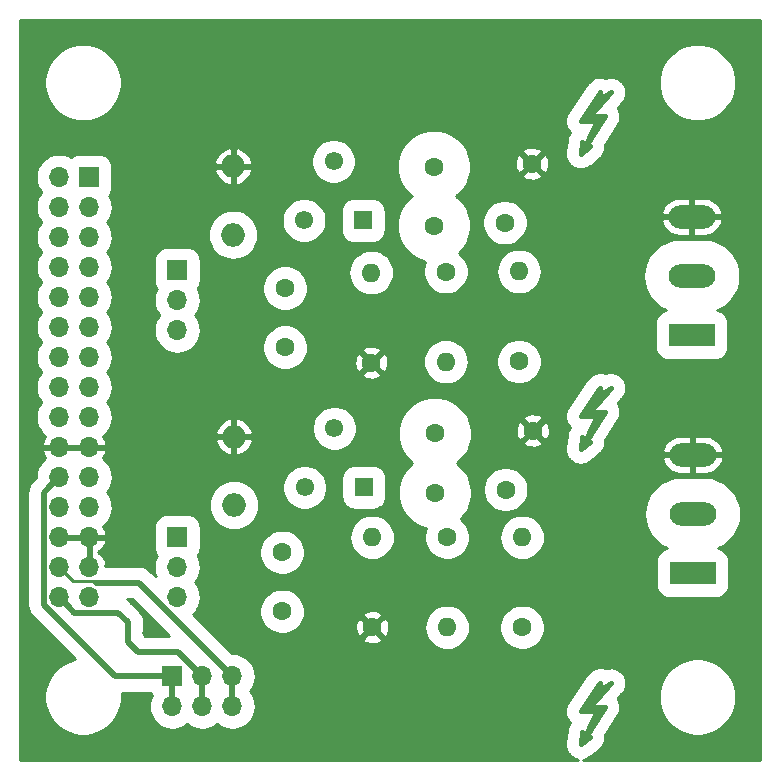
<source format=gbr>
G04 #@! TF.GenerationSoftware,KiCad,Pcbnew,(5.1.2)-1*
G04 #@! TF.CreationDate,2019-10-08T11:37:34+11:00*
G04 #@! TF.ProjectId,AnalogDiscovery_x20_powerMainsProbe,416e616c-6f67-4446-9973-636f76657279,rev?*
G04 #@! TF.SameCoordinates,PX69618a0PY7bfa480*
G04 #@! TF.FileFunction,Copper,L1,Top*
G04 #@! TF.FilePolarity,Positive*
%FSLAX46Y46*%
G04 Gerber Fmt 4.6, Leading zero omitted, Abs format (unit mm)*
G04 Created by KiCad (PCBNEW (5.1.2)-1) date 2019-10-08 11:37:34*
%MOMM*%
%LPD*%
G04 APERTURE LIST*
%ADD10C,0.381000*%
%ADD11O,1.700000X1.700000*%
%ADD12R,1.700000X1.700000*%
%ADD13C,1.600000*%
%ADD14O,2.000000X2.000000*%
%ADD15C,1.550000*%
%ADD16R,1.550000X1.550000*%
%ADD17O,1.600000X1.600000*%
%ADD18O,3.960000X1.980000*%
%ADD19R,3.960000X1.980000*%
%ADD20C,0.800000*%
%ADD21C,0.500000*%
%ADD22C,0.250000*%
%ADD23C,0.254000*%
G04 APERTURE END LIST*
D10*
X49897000Y6794000D02*
X48500000Y4889000D01*
X48500000Y4889000D02*
X49770000Y4889000D01*
X48246000Y2984000D02*
X48119000Y1968000D01*
X48119000Y1968000D02*
X48881000Y2603000D01*
X48881000Y2603000D02*
X48373000Y2349000D01*
X48373000Y2349000D02*
X50151000Y5143000D01*
X50151000Y5143000D02*
X48881000Y5143000D01*
X48881000Y5143000D02*
X50659000Y7175000D01*
X50659000Y7175000D02*
X49897000Y6667000D01*
X49897000Y6667000D02*
X49770000Y7175000D01*
X49643000Y7048000D02*
X48119000Y4762000D01*
X48119000Y4762000D02*
X49516000Y4762000D01*
X49516000Y4762000D02*
X48373000Y2476000D01*
X48373000Y2476000D02*
X48246000Y2984000D01*
X49897000Y31794000D02*
X48500000Y29889000D01*
X48500000Y29889000D02*
X49770000Y29889000D01*
X48246000Y27984000D02*
X48119000Y26968000D01*
X48119000Y26968000D02*
X48881000Y27603000D01*
X48881000Y27603000D02*
X48373000Y27349000D01*
X48373000Y27349000D02*
X50151000Y30143000D01*
X50151000Y30143000D02*
X48881000Y30143000D01*
X48881000Y30143000D02*
X50659000Y32175000D01*
X50659000Y32175000D02*
X49897000Y31667000D01*
X49897000Y31667000D02*
X49770000Y32175000D01*
X49643000Y32048000D02*
X48119000Y29762000D01*
X48119000Y29762000D02*
X49516000Y29762000D01*
X49516000Y29762000D02*
X48373000Y27476000D01*
X48373000Y27476000D02*
X48246000Y27984000D01*
X48373000Y52476000D02*
X48246000Y52984000D01*
X49516000Y54762000D02*
X48373000Y52476000D01*
X48119000Y54762000D02*
X49516000Y54762000D01*
X49643000Y57048000D02*
X48119000Y54762000D01*
X49897000Y56667000D02*
X49770000Y57175000D01*
X50659000Y57175000D02*
X49897000Y56667000D01*
X48881000Y55143000D02*
X50659000Y57175000D01*
X50151000Y55143000D02*
X48881000Y55143000D01*
X48373000Y52349000D02*
X50151000Y55143000D01*
X48881000Y52603000D02*
X48373000Y52349000D01*
X48119000Y51968000D02*
X48881000Y52603000D01*
X48246000Y52984000D02*
X48119000Y51968000D01*
X48500000Y54889000D02*
X49770000Y54889000D01*
X49897000Y56794000D02*
X48500000Y54889000D01*
D11*
X18640000Y5200000D03*
X18640000Y7740000D03*
X16100000Y5200000D03*
X16100000Y7740000D03*
X13560000Y5200000D03*
D12*
X13560000Y7740000D03*
D11*
X13960000Y37020000D03*
X13960000Y39560000D03*
D12*
X13960000Y42100000D03*
D13*
X23100000Y35600000D03*
X23100000Y40600000D03*
D11*
X13960000Y14430000D03*
X13960000Y16970000D03*
D12*
X13960000Y19510000D03*
D13*
X22850000Y13240000D03*
X22850000Y18240000D03*
D14*
X18700000Y50930000D03*
X18700000Y45130000D03*
X18770000Y28030000D03*
X18770000Y22230000D03*
D13*
X44000000Y51150000D03*
X41700000Y46150000D03*
D15*
X27200000Y51350000D03*
D16*
X29700000Y46350000D03*
D15*
X24700000Y46350000D03*
X27270000Y28750000D03*
D16*
X29770000Y23750000D03*
D15*
X24770000Y23750000D03*
D13*
X44070000Y28550000D03*
X41770000Y23550000D03*
D17*
X30400000Y41920000D03*
D13*
X30400000Y34300000D03*
D17*
X36700000Y34380000D03*
D13*
X36700000Y42000000D03*
D17*
X42900000Y42020000D03*
D13*
X42900000Y34400000D03*
D17*
X30470000Y19510000D03*
D13*
X30470000Y11890000D03*
D17*
X36820000Y11890000D03*
D13*
X36820000Y19510000D03*
D17*
X43170000Y19510000D03*
D13*
X43170000Y11890000D03*
D18*
X57525000Y46650000D03*
X57525000Y41650000D03*
D19*
X57525000Y36650000D03*
D13*
X35700000Y45900000D03*
X35700000Y50900000D03*
X35770000Y23300000D03*
X35770000Y28300000D03*
D18*
X57600000Y26500000D03*
X57600000Y21500000D03*
D19*
X57600000Y16500000D03*
D11*
X3960000Y14440000D03*
X6500000Y14440000D03*
X3960000Y16980000D03*
X6500000Y16980000D03*
X3960000Y19520000D03*
X6500000Y19520000D03*
X3960000Y22060000D03*
X6500000Y22060000D03*
X3960000Y24600000D03*
X6500000Y24600000D03*
X3960000Y27140000D03*
X6500000Y27140000D03*
X3960000Y29680000D03*
X6500000Y29680000D03*
X3960000Y32220000D03*
X6500000Y32220000D03*
X3960000Y34760000D03*
X6500000Y34760000D03*
X3960000Y37300000D03*
X6500000Y37300000D03*
X3960000Y39840000D03*
X6500000Y39840000D03*
X3960000Y42380000D03*
X6500000Y42380000D03*
X3960000Y44920000D03*
X6500000Y44920000D03*
X3960000Y47460000D03*
X6500000Y47460000D03*
X3960000Y50000000D03*
D12*
X6500000Y50000000D03*
D20*
X11420000Y61420000D03*
X21420000Y61420000D03*
X31420000Y61420000D03*
X41420000Y61420000D03*
X51420000Y61420000D03*
X11420000Y51420000D03*
X21420000Y51420000D03*
X31420000Y51420000D03*
X41420000Y51420000D03*
X11420000Y41420000D03*
X51420000Y41420000D03*
X22690000Y31420000D03*
X32690000Y31420000D03*
X42690000Y31420000D03*
X51420000Y21420000D03*
X11420000Y11420000D03*
X21400000Y11100000D03*
X51420000Y11420000D03*
X11420000Y1420000D03*
X21420000Y1420000D03*
X31420000Y1420000D03*
X41420000Y1420000D03*
D21*
X16100000Y5200000D02*
X16100000Y7740000D01*
X4809999Y13590001D02*
X3960000Y14440000D01*
X5260001Y13139999D02*
X4809999Y13590001D01*
X16100000Y7740000D02*
X14070001Y9769999D01*
X14070001Y9769999D02*
X10627999Y9769999D01*
X10627999Y9769999D02*
X9769999Y10627999D01*
X9769999Y10627999D02*
X9769999Y12330001D01*
X9769999Y12330001D02*
X8960001Y13139999D01*
X8960001Y13139999D02*
X5260001Y13139999D01*
X18640000Y7740000D02*
X18640000Y5200000D01*
X10700001Y15679999D02*
X7124001Y15679999D01*
X18640000Y7740000D02*
X10700001Y15679999D01*
D22*
X4809999Y16130001D02*
X3960000Y16980000D01*
X5135001Y15804999D02*
X4809999Y16130001D01*
X7064001Y15804999D02*
X5135001Y15804999D01*
X7124001Y15744999D02*
X7064001Y15804999D01*
X7124001Y15679999D02*
X7124001Y15744999D01*
D21*
X13560000Y5200000D02*
X13560000Y7740000D01*
X3110001Y23750001D02*
X3960000Y24600000D01*
X2659999Y23299999D02*
X3110001Y23750001D01*
X2659999Y13815999D02*
X2659999Y23299999D01*
X8735998Y7740000D02*
X2659999Y13815999D01*
X13560000Y7740000D02*
X8735998Y7740000D01*
D23*
G36*
X63340000Y660000D02*
G01*
X48299706Y660000D01*
X48363982Y673288D01*
X48470005Y691506D01*
X48490898Y699526D01*
X48512809Y704056D01*
X48611870Y745963D01*
X48712292Y784512D01*
X48731215Y796452D01*
X48751826Y805171D01*
X48840817Y865605D01*
X48931779Y922998D01*
X48995071Y983060D01*
X49657085Y1534737D01*
X49692686Y1557148D01*
X49756540Y1617617D01*
X49774159Y1632299D01*
X49803534Y1662119D01*
X49881125Y1735596D01*
X49894458Y1754419D01*
X49910651Y1770858D01*
X49969369Y1860182D01*
X50031130Y1947378D01*
X50040534Y1968440D01*
X50053209Y1987722D01*
X50093374Y2086788D01*
X50136936Y2184355D01*
X50142050Y2206845D01*
X50150720Y2228230D01*
X50170782Y2333205D01*
X50194478Y2437419D01*
X50195106Y2460486D01*
X50199436Y2483142D01*
X50198633Y2590007D01*
X50201543Y2696847D01*
X50197660Y2719585D01*
X50197487Y2742659D01*
X50194463Y2757286D01*
X51219859Y4368623D01*
X51251761Y4407495D01*
X51289361Y4477840D01*
X51297268Y4490265D01*
X51319854Y4534887D01*
X51374100Y4636375D01*
X51378405Y4650567D01*
X51385102Y4663798D01*
X51416038Y4774627D01*
X51449436Y4884725D01*
X51450889Y4899481D01*
X51454877Y4913767D01*
X51463597Y5028499D01*
X51474874Y5143000D01*
X51473420Y5157759D01*
X51474544Y5172545D01*
X51460716Y5286751D01*
X51449436Y5401275D01*
X51445130Y5415470D01*
X51443348Y5430188D01*
X51407510Y5539487D01*
X51374100Y5649625D01*
X51367107Y5662708D01*
X51362488Y5676795D01*
X51306016Y5777002D01*
X51260657Y5861862D01*
X51578445Y6225049D01*
X51594140Y6237902D01*
X51663737Y6322526D01*
X51663938Y6322756D01*
X54723000Y6322756D01*
X54723000Y5677244D01*
X54848933Y5044134D01*
X55095960Y4447758D01*
X55454588Y3911034D01*
X55911034Y3454588D01*
X56447758Y3095960D01*
X57044134Y2848933D01*
X57677244Y2723000D01*
X58322756Y2723000D01*
X58955866Y2848933D01*
X59552242Y3095960D01*
X60088966Y3454588D01*
X60545412Y3911034D01*
X60904040Y4447758D01*
X61151067Y5044134D01*
X61277000Y5677244D01*
X61277000Y6322756D01*
X61151067Y6955866D01*
X60904040Y7552242D01*
X60545412Y8088966D01*
X60088966Y8545412D01*
X59552242Y8904040D01*
X58955866Y9151067D01*
X58322756Y9277000D01*
X57677244Y9277000D01*
X57044134Y9151067D01*
X56447758Y8904040D01*
X55911034Y8545412D01*
X55454588Y8088966D01*
X55095960Y7552242D01*
X54848933Y6955866D01*
X54723000Y6322756D01*
X51663938Y6322756D01*
X51693135Y6356123D01*
X51704876Y6372546D01*
X51758991Y6438345D01*
X51780169Y6477867D01*
X51806247Y6514345D01*
X51841324Y6591992D01*
X51881569Y6667096D01*
X51894630Y6709992D01*
X51913091Y6750857D01*
X51932348Y6833866D01*
X51957164Y6915367D01*
X51961605Y6959981D01*
X51971740Y7003667D01*
X51974432Y7088830D01*
X51982873Y7173615D01*
X51978524Y7218248D01*
X51979941Y7263062D01*
X51965968Y7347111D01*
X51957705Y7431916D01*
X51944734Y7474837D01*
X51937380Y7519073D01*
X51907275Y7598788D01*
X51882629Y7680344D01*
X51861534Y7719909D01*
X51845691Y7761861D01*
X51800615Y7834168D01*
X51760529Y7909353D01*
X51732118Y7944046D01*
X51708397Y7982097D01*
X51650082Y8044221D01*
X51596098Y8110140D01*
X51561468Y8138621D01*
X51530777Y8171316D01*
X51461463Y8220868D01*
X51395655Y8274991D01*
X51356129Y8296171D01*
X51319654Y8322247D01*
X51242009Y8357323D01*
X51166903Y8397569D01*
X51124007Y8410630D01*
X51083142Y8429091D01*
X51000133Y8448348D01*
X50918632Y8473164D01*
X50874018Y8477605D01*
X50830332Y8487740D01*
X50745169Y8490432D01*
X50660384Y8498873D01*
X50615751Y8494524D01*
X50570937Y8495941D01*
X50486888Y8481968D01*
X50402083Y8473705D01*
X50359162Y8460734D01*
X50314926Y8453380D01*
X50235211Y8423275D01*
X50221261Y8419060D01*
X50216570Y8421281D01*
X49964853Y8484455D01*
X49705647Y8497308D01*
X49448914Y8459346D01*
X49204520Y8372027D01*
X48981857Y8238706D01*
X48789482Y8064508D01*
X48765411Y8032083D01*
X48705901Y7983140D01*
X48582671Y7832664D01*
X47059058Y5547242D01*
X47018239Y5497505D01*
X46987256Y5439540D01*
X46986876Y5438970D01*
X46957031Y5382993D01*
X46895900Y5268625D01*
X46895697Y5267955D01*
X46895371Y5267344D01*
X46858208Y5144371D01*
X46820564Y5020275D01*
X46820495Y5019579D01*
X46820295Y5018916D01*
X46807811Y4890791D01*
X46795126Y4762000D01*
X46795194Y4761307D01*
X46795127Y4760616D01*
X46807839Y4632923D01*
X46820564Y4503725D01*
X46820768Y4503053D01*
X46820836Y4502368D01*
X46858142Y4379848D01*
X46895900Y4255375D01*
X46896230Y4254758D01*
X46896431Y4254097D01*
X46957081Y4140914D01*
X47018239Y4026495D01*
X47018682Y4025955D01*
X47019009Y4025345D01*
X47100592Y3926148D01*
X47182880Y3825880D01*
X47183420Y3825436D01*
X47183860Y3824902D01*
X47211171Y3802536D01*
X47178958Y3756956D01*
X47110788Y3665127D01*
X47104143Y3651095D01*
X47095185Y3638419D01*
X47048671Y3533948D01*
X46999719Y3430570D01*
X46995940Y3415512D01*
X46989626Y3401331D01*
X46964381Y3289767D01*
X46936545Y3178853D01*
X46932561Y3098515D01*
X46816941Y2173552D01*
X46800564Y2087857D01*
X46801372Y1980317D01*
X46798556Y1872771D01*
X46802346Y1850715D01*
X46802514Y1828341D01*
X46824288Y1723018D01*
X46842506Y1616995D01*
X46850526Y1596102D01*
X46855056Y1574191D01*
X46896963Y1475130D01*
X46935512Y1374708D01*
X46947452Y1355785D01*
X46956171Y1335174D01*
X47016610Y1246176D01*
X47073998Y1155221D01*
X47089398Y1138993D01*
X47101972Y1120477D01*
X47178611Y1044982D01*
X47252643Y966968D01*
X47270917Y954053D01*
X47286858Y938350D01*
X47376745Y879261D01*
X47464581Y817185D01*
X47485021Y808085D01*
X47503722Y795791D01*
X47603412Y755373D01*
X47701669Y711626D01*
X47723494Y706688D01*
X47744231Y698280D01*
X47849879Y678090D01*
X47929824Y660000D01*
X660000Y660000D01*
X660000Y23299999D01*
X1276337Y23299999D01*
X1283000Y23232349D01*
X1282999Y13883639D01*
X1276337Y13815999D01*
X1302924Y13546060D01*
X1338193Y13429793D01*
X1381662Y13286495D01*
X1509526Y13047279D01*
X1681602Y12837603D01*
X1734145Y12794482D01*
X5322241Y9206386D01*
X5044134Y9151067D01*
X4447758Y8904040D01*
X3911034Y8545412D01*
X3454588Y8088966D01*
X3095960Y7552242D01*
X2848933Y6955866D01*
X2723000Y6322756D01*
X2723000Y5677244D01*
X2848933Y5044134D01*
X3095960Y4447758D01*
X3454588Y3911034D01*
X3911034Y3454588D01*
X4447758Y3095960D01*
X5044134Y2848933D01*
X5677244Y2723000D01*
X6322756Y2723000D01*
X6955866Y2848933D01*
X7552242Y3095960D01*
X8088966Y3454588D01*
X8545412Y3911034D01*
X8904040Y4447758D01*
X9151067Y5044134D01*
X9277000Y5677244D01*
X9277000Y6322756D01*
X9268995Y6363000D01*
X11713796Y6363000D01*
X11768400Y6260843D01*
X11839215Y6174555D01*
X11724653Y5960226D01*
X11611606Y5587560D01*
X11573435Y5200000D01*
X11611606Y4812440D01*
X11724653Y4439774D01*
X11908232Y4096324D01*
X12155286Y3795286D01*
X12456324Y3548232D01*
X12799774Y3364653D01*
X13172440Y3251606D01*
X13462884Y3223000D01*
X13657116Y3223000D01*
X13947560Y3251606D01*
X14320226Y3364653D01*
X14663676Y3548232D01*
X14830000Y3684730D01*
X14996324Y3548232D01*
X15339774Y3364653D01*
X15712440Y3251606D01*
X16002884Y3223000D01*
X16197116Y3223000D01*
X16487560Y3251606D01*
X16860226Y3364653D01*
X17203676Y3548232D01*
X17370000Y3684730D01*
X17536324Y3548232D01*
X17879774Y3364653D01*
X18252440Y3251606D01*
X18542884Y3223000D01*
X18737116Y3223000D01*
X19027560Y3251606D01*
X19400226Y3364653D01*
X19743676Y3548232D01*
X20044714Y3795286D01*
X20291768Y4096324D01*
X20475347Y4439774D01*
X20588394Y4812440D01*
X20626565Y5200000D01*
X20588394Y5587560D01*
X20475347Y5960226D01*
X20291768Y6303676D01*
X20155270Y6470000D01*
X20291768Y6636324D01*
X20475347Y6979774D01*
X20588394Y7352440D01*
X20626565Y7740000D01*
X20588394Y8127560D01*
X20475347Y8500226D01*
X20291768Y8843676D01*
X20044714Y9144714D01*
X19743676Y9391768D01*
X19400226Y9575347D01*
X19027560Y9688394D01*
X18737116Y9717000D01*
X18610372Y9717000D01*
X17430074Y10897298D01*
X29656903Y10897298D01*
X29728486Y10653329D01*
X29983996Y10532429D01*
X30258184Y10463700D01*
X30540512Y10449783D01*
X30820130Y10491213D01*
X31086292Y10586397D01*
X31211514Y10653329D01*
X31283097Y10897298D01*
X30470000Y11710395D01*
X29656903Y10897298D01*
X17430074Y10897298D01*
X15330315Y12997056D01*
X15364714Y13025286D01*
X15611768Y13326324D01*
X15667073Y13429793D01*
X20923000Y13429793D01*
X20923000Y13050207D01*
X20997053Y12677915D01*
X21142315Y12327223D01*
X21353201Y12011609D01*
X21621609Y11743201D01*
X21937223Y11532315D01*
X22287915Y11387053D01*
X22660207Y11313000D01*
X23039793Y11313000D01*
X23412085Y11387053D01*
X23762777Y11532315D01*
X24078391Y11743201D01*
X24154678Y11819488D01*
X29029783Y11819488D01*
X29071213Y11539870D01*
X29166397Y11273708D01*
X29233329Y11148486D01*
X29477298Y11076903D01*
X30290395Y11890000D01*
X30649605Y11890000D01*
X31462702Y11076903D01*
X31706671Y11148486D01*
X31827571Y11403996D01*
X31896300Y11678184D01*
X31906741Y11890000D01*
X34883677Y11890000D01*
X34920883Y11512242D01*
X35031071Y11149001D01*
X35210006Y10814237D01*
X35450813Y10520813D01*
X35744237Y10280006D01*
X36079001Y10101071D01*
X36442242Y9990883D01*
X36725342Y9963000D01*
X36914658Y9963000D01*
X37197758Y9990883D01*
X37560999Y10101071D01*
X37895763Y10280006D01*
X38189187Y10520813D01*
X38429994Y10814237D01*
X38608929Y11149001D01*
X38719117Y11512242D01*
X38756323Y11890000D01*
X38737630Y12079793D01*
X41243000Y12079793D01*
X41243000Y11700207D01*
X41317053Y11327915D01*
X41462315Y10977223D01*
X41673201Y10661609D01*
X41941609Y10393201D01*
X42257223Y10182315D01*
X42607915Y10037053D01*
X42980207Y9963000D01*
X43359793Y9963000D01*
X43732085Y10037053D01*
X44082777Y10182315D01*
X44398391Y10393201D01*
X44666799Y10661609D01*
X44877685Y10977223D01*
X45022947Y11327915D01*
X45097000Y11700207D01*
X45097000Y12079793D01*
X45022947Y12452085D01*
X44877685Y12802777D01*
X44666799Y13118391D01*
X44398391Y13386799D01*
X44082777Y13597685D01*
X43732085Y13742947D01*
X43359793Y13817000D01*
X42980207Y13817000D01*
X42607915Y13742947D01*
X42257223Y13597685D01*
X41941609Y13386799D01*
X41673201Y13118391D01*
X41462315Y12802777D01*
X41317053Y12452085D01*
X41243000Y12079793D01*
X38737630Y12079793D01*
X38719117Y12267758D01*
X38608929Y12630999D01*
X38429994Y12965763D01*
X38189187Y13259187D01*
X37895763Y13499994D01*
X37560999Y13678929D01*
X37197758Y13789117D01*
X36914658Y13817000D01*
X36725342Y13817000D01*
X36442242Y13789117D01*
X36079001Y13678929D01*
X35744237Y13499994D01*
X35450813Y13259187D01*
X35210006Y12965763D01*
X35031071Y12630999D01*
X34920883Y12267758D01*
X34883677Y11890000D01*
X31906741Y11890000D01*
X31910217Y11960512D01*
X31868787Y12240130D01*
X31773603Y12506292D01*
X31706671Y12631514D01*
X31462702Y12703097D01*
X30649605Y11890000D01*
X30290395Y11890000D01*
X29477298Y12703097D01*
X29233329Y12631514D01*
X29112429Y12376004D01*
X29043700Y12101816D01*
X29029783Y11819488D01*
X24154678Y11819488D01*
X24346799Y12011609D01*
X24557685Y12327223D01*
X24702947Y12677915D01*
X24743681Y12882702D01*
X29656903Y12882702D01*
X30470000Y12069605D01*
X31283097Y12882702D01*
X31211514Y13126671D01*
X30956004Y13247571D01*
X30681816Y13316300D01*
X30399488Y13330217D01*
X30119870Y13288787D01*
X29853708Y13193603D01*
X29728486Y13126671D01*
X29656903Y12882702D01*
X24743681Y12882702D01*
X24777000Y13050207D01*
X24777000Y13429793D01*
X24702947Y13802085D01*
X24557685Y14152777D01*
X24346799Y14468391D01*
X24078391Y14736799D01*
X23762777Y14947685D01*
X23412085Y15092947D01*
X23039793Y15167000D01*
X22660207Y15167000D01*
X22287915Y15092947D01*
X21937223Y14947685D01*
X21621609Y14736799D01*
X21353201Y14468391D01*
X21142315Y14152777D01*
X20997053Y13802085D01*
X20923000Y13429793D01*
X15667073Y13429793D01*
X15795347Y13669774D01*
X15908394Y14042440D01*
X15946565Y14430000D01*
X15908394Y14817560D01*
X15795347Y15190226D01*
X15611768Y15533676D01*
X15475270Y15700000D01*
X15611768Y15866324D01*
X15795347Y16209774D01*
X15908394Y16582440D01*
X15946565Y16970000D01*
X15908394Y17357560D01*
X15795347Y17730226D01*
X15680785Y17944555D01*
X15751600Y18030843D01*
X15856250Y18226629D01*
X15917879Y18429793D01*
X20923000Y18429793D01*
X20923000Y18050207D01*
X20997053Y17677915D01*
X21142315Y17327223D01*
X21353201Y17011609D01*
X21621609Y16743201D01*
X21937223Y16532315D01*
X22287915Y16387053D01*
X22660207Y16313000D01*
X23039793Y16313000D01*
X23412085Y16387053D01*
X23762777Y16532315D01*
X24078391Y16743201D01*
X24346799Y17011609D01*
X24557685Y17327223D01*
X24702947Y17677915D01*
X24777000Y18050207D01*
X24777000Y18429793D01*
X24702947Y18802085D01*
X24557685Y19152777D01*
X24346799Y19468391D01*
X24305190Y19510000D01*
X28533677Y19510000D01*
X28570883Y19132242D01*
X28681071Y18769001D01*
X28860006Y18434237D01*
X29100813Y18140813D01*
X29394237Y17900006D01*
X29729001Y17721071D01*
X30092242Y17610883D01*
X30375342Y17583000D01*
X30564658Y17583000D01*
X30847758Y17610883D01*
X31210999Y17721071D01*
X31545763Y17900006D01*
X31839187Y18140813D01*
X32079994Y18434237D01*
X32258929Y18769001D01*
X32369117Y19132242D01*
X32406323Y19510000D01*
X32369117Y19887758D01*
X32258929Y20250999D01*
X32079994Y20585763D01*
X31839187Y20879187D01*
X31545763Y21119994D01*
X31210999Y21298929D01*
X30847758Y21409117D01*
X30564658Y21437000D01*
X30375342Y21437000D01*
X30092242Y21409117D01*
X29729001Y21298929D01*
X29394237Y21119994D01*
X29100813Y20879187D01*
X28860006Y20585763D01*
X28681071Y20250999D01*
X28570883Y19887758D01*
X28533677Y19510000D01*
X24305190Y19510000D01*
X24078391Y19736799D01*
X23762777Y19947685D01*
X23412085Y20092947D01*
X23039793Y20167000D01*
X22660207Y20167000D01*
X22287915Y20092947D01*
X21937223Y19947685D01*
X21621609Y19736799D01*
X21353201Y19468391D01*
X21142315Y19152777D01*
X20997053Y18802085D01*
X20923000Y18429793D01*
X15917879Y18429793D01*
X15920693Y18439069D01*
X15942453Y18660000D01*
X15942453Y20360000D01*
X15920693Y20580931D01*
X15856250Y20793371D01*
X15751600Y20989157D01*
X15610765Y21160765D01*
X15439157Y21301600D01*
X15243371Y21406250D01*
X15030931Y21470693D01*
X14810000Y21492453D01*
X13110000Y21492453D01*
X12889069Y21470693D01*
X12676629Y21406250D01*
X12480843Y21301600D01*
X12309235Y21160765D01*
X12168400Y20989157D01*
X12063750Y20793371D01*
X11999307Y20580931D01*
X11977547Y20360000D01*
X11977547Y18660000D01*
X11999307Y18439069D01*
X12063750Y18226629D01*
X12168400Y18030843D01*
X12239215Y17944555D01*
X12124653Y17730226D01*
X12011606Y17357560D01*
X11973435Y16970000D01*
X12011606Y16582440D01*
X12124653Y16209774D01*
X12132755Y16194616D01*
X11721522Y16605849D01*
X11678398Y16658396D01*
X11468722Y16830472D01*
X11229506Y16958336D01*
X10969940Y17037074D01*
X10767641Y17056999D01*
X10700001Y17063661D01*
X10632361Y17056999D01*
X7985000Y17056999D01*
X7985000Y17107002D01*
X7820156Y17107002D01*
X7941476Y17336890D01*
X7896825Y17484099D01*
X7771641Y17746920D01*
X7597588Y17980269D01*
X7381355Y18175178D01*
X7255745Y18250000D01*
X7381355Y18324822D01*
X7597588Y18519731D01*
X7771641Y18753080D01*
X7896825Y19015901D01*
X7941476Y19163110D01*
X7820155Y19393000D01*
X6627000Y19393000D01*
X6627000Y17107000D01*
X6647000Y17107000D01*
X6647000Y17056999D01*
X6353000Y17056999D01*
X6353000Y17107000D01*
X6373000Y17107000D01*
X6373000Y19393000D01*
X4087000Y19393000D01*
X4087000Y19373000D01*
X4036999Y19373000D01*
X4036999Y19667000D01*
X4087000Y19667000D01*
X4087000Y19647000D01*
X6373000Y19647000D01*
X6373000Y19667000D01*
X6627000Y19667000D01*
X6627000Y19647000D01*
X7820155Y19647000D01*
X7941476Y19876890D01*
X7896825Y20024099D01*
X7771641Y20286920D01*
X7651736Y20447674D01*
X7904714Y20655286D01*
X8151768Y20956324D01*
X8335347Y21299774D01*
X8448394Y21672440D01*
X8486565Y22060000D01*
X8469822Y22230000D01*
X16632709Y22230000D01*
X16673776Y21813035D01*
X16795401Y21412094D01*
X16992907Y21042585D01*
X17258707Y20718707D01*
X17582585Y20452907D01*
X17952094Y20255401D01*
X18353035Y20133776D01*
X18665513Y20103000D01*
X18874487Y20103000D01*
X19186965Y20133776D01*
X19587906Y20255401D01*
X19957415Y20452907D01*
X20281293Y20718707D01*
X20547093Y21042585D01*
X20744599Y21412094D01*
X20866224Y21813035D01*
X20907291Y22230000D01*
X20866224Y22646965D01*
X20744599Y23047906D01*
X20547093Y23417415D01*
X20281293Y23741293D01*
X20042421Y23937331D01*
X22868000Y23937331D01*
X22868000Y23562669D01*
X22941093Y23195207D01*
X23084469Y22849065D01*
X23292620Y22537546D01*
X23557546Y22272620D01*
X23869065Y22064469D01*
X24215207Y21921093D01*
X24582669Y21848000D01*
X24957331Y21848000D01*
X25324793Y21921093D01*
X25670935Y22064469D01*
X25982454Y22272620D01*
X26247380Y22537546D01*
X26455531Y22849065D01*
X26598907Y23195207D01*
X26672000Y23562669D01*
X26672000Y23937331D01*
X26598907Y24304793D01*
X26507695Y24525000D01*
X27862547Y24525000D01*
X27862547Y22975000D01*
X27884307Y22754069D01*
X27948750Y22541629D01*
X28053400Y22345843D01*
X28194235Y22174235D01*
X28365843Y22033400D01*
X28561629Y21928750D01*
X28774069Y21864307D01*
X28995000Y21842547D01*
X30545000Y21842547D01*
X30765931Y21864307D01*
X30978371Y21928750D01*
X31174157Y22033400D01*
X31345765Y22174235D01*
X31486600Y22345843D01*
X31591250Y22541629D01*
X31655693Y22754069D01*
X31677453Y22975000D01*
X31677453Y24525000D01*
X31655693Y24745931D01*
X31591250Y24958371D01*
X31486600Y25154157D01*
X31345765Y25325765D01*
X31174157Y25466600D01*
X30978371Y25571250D01*
X30765931Y25635693D01*
X30545000Y25657453D01*
X28995000Y25657453D01*
X28774069Y25635693D01*
X28561629Y25571250D01*
X28365843Y25466600D01*
X28194235Y25325765D01*
X28053400Y25154157D01*
X27948750Y24958371D01*
X27884307Y24745931D01*
X27862547Y24525000D01*
X26507695Y24525000D01*
X26455531Y24650935D01*
X26247380Y24962454D01*
X25982454Y25227380D01*
X25670935Y25435531D01*
X25324793Y25578907D01*
X24957331Y25652000D01*
X24582669Y25652000D01*
X24215207Y25578907D01*
X23869065Y25435531D01*
X23557546Y25227380D01*
X23292620Y24962454D01*
X23084469Y24650935D01*
X22941093Y24304793D01*
X22868000Y23937331D01*
X20042421Y23937331D01*
X19957415Y24007093D01*
X19587906Y24204599D01*
X19186965Y24326224D01*
X18874487Y24357000D01*
X18665513Y24357000D01*
X18353035Y24326224D01*
X17952094Y24204599D01*
X17582585Y24007093D01*
X17258707Y23741293D01*
X16992907Y23417415D01*
X16795401Y23047906D01*
X16673776Y22646965D01*
X16632709Y22230000D01*
X8469822Y22230000D01*
X8448394Y22447560D01*
X8335347Y22820226D01*
X8151768Y23163676D01*
X8015270Y23330000D01*
X8151768Y23496324D01*
X8335347Y23839774D01*
X8448394Y24212440D01*
X8486565Y24600000D01*
X8448394Y24987560D01*
X8335347Y25360226D01*
X8151768Y25703676D01*
X7904714Y26004714D01*
X7651736Y26212326D01*
X7771641Y26373080D01*
X7896825Y26635901D01*
X7941476Y26783110D01*
X7820155Y27013000D01*
X6627000Y27013000D01*
X6627000Y26993000D01*
X6373000Y26993000D01*
X6373000Y27013000D01*
X4087000Y27013000D01*
X4087000Y26993000D01*
X3833000Y26993000D01*
X3833000Y27013000D01*
X2639845Y27013000D01*
X2518524Y26783110D01*
X2563175Y26635901D01*
X2688359Y26373080D01*
X2808264Y26212326D01*
X2555286Y26004714D01*
X2308232Y25703676D01*
X2124653Y25360226D01*
X2011606Y24987560D01*
X1973435Y24600000D01*
X1976949Y24564320D01*
X1734145Y24321516D01*
X1681603Y24278396D01*
X1621040Y24204599D01*
X1509527Y24068720D01*
X1381662Y23829503D01*
X1302924Y23569938D01*
X1276337Y23299999D01*
X660000Y23299999D01*
X660000Y50000000D01*
X1973435Y50000000D01*
X2011606Y49612440D01*
X2124653Y49239774D01*
X2308232Y48896324D01*
X2444730Y48730000D01*
X2308232Y48563676D01*
X2124653Y48220226D01*
X2011606Y47847560D01*
X1973435Y47460000D01*
X2011606Y47072440D01*
X2124653Y46699774D01*
X2308232Y46356324D01*
X2444730Y46190000D01*
X2308232Y46023676D01*
X2124653Y45680226D01*
X2011606Y45307560D01*
X1973435Y44920000D01*
X2011606Y44532440D01*
X2124653Y44159774D01*
X2308232Y43816324D01*
X2444730Y43650000D01*
X2308232Y43483676D01*
X2124653Y43140226D01*
X2011606Y42767560D01*
X1973435Y42380000D01*
X2011606Y41992440D01*
X2124653Y41619774D01*
X2308232Y41276324D01*
X2444730Y41110000D01*
X2308232Y40943676D01*
X2124653Y40600226D01*
X2011606Y40227560D01*
X1973435Y39840000D01*
X2011606Y39452440D01*
X2124653Y39079774D01*
X2308232Y38736324D01*
X2444730Y38570000D01*
X2308232Y38403676D01*
X2124653Y38060226D01*
X2011606Y37687560D01*
X1973435Y37300000D01*
X2011606Y36912440D01*
X2124653Y36539774D01*
X2308232Y36196324D01*
X2444730Y36030000D01*
X2308232Y35863676D01*
X2124653Y35520226D01*
X2011606Y35147560D01*
X1973435Y34760000D01*
X2011606Y34372440D01*
X2124653Y33999774D01*
X2308232Y33656324D01*
X2444730Y33490000D01*
X2308232Y33323676D01*
X2124653Y32980226D01*
X2011606Y32607560D01*
X1973435Y32220000D01*
X2011606Y31832440D01*
X2124653Y31459774D01*
X2308232Y31116324D01*
X2444730Y30950000D01*
X2308232Y30783676D01*
X2124653Y30440226D01*
X2011606Y30067560D01*
X1973435Y29680000D01*
X2011606Y29292440D01*
X2124653Y28919774D01*
X2308232Y28576324D01*
X2555286Y28275286D01*
X2808264Y28067674D01*
X2688359Y27906920D01*
X2563175Y27644099D01*
X2518524Y27496890D01*
X2639845Y27267000D01*
X3833000Y27267000D01*
X3833000Y27287000D01*
X4087000Y27287000D01*
X4087000Y27267000D01*
X6373000Y27267000D01*
X6373000Y27287000D01*
X6627000Y27287000D01*
X6627000Y27267000D01*
X7820155Y27267000D01*
X7941476Y27496890D01*
X7896825Y27644099D01*
X7894222Y27649566D01*
X17179876Y27649566D01*
X17236498Y27462893D01*
X17376601Y27174618D01*
X17570252Y26919215D01*
X17810008Y26706499D01*
X18086656Y26544644D01*
X18389565Y26439871D01*
X18643000Y26558685D01*
X18643000Y27903000D01*
X18897000Y27903000D01*
X18897000Y26558685D01*
X19150435Y26439871D01*
X19453344Y26544644D01*
X19729992Y26706499D01*
X19969748Y26919215D01*
X20163399Y27174618D01*
X20303502Y27462893D01*
X20360124Y27649566D01*
X20240777Y27903000D01*
X18897000Y27903000D01*
X18643000Y27903000D01*
X17299223Y27903000D01*
X17179876Y27649566D01*
X7894222Y27649566D01*
X7771641Y27906920D01*
X7651736Y28067674D01*
X7904714Y28275286D01*
X8015626Y28410434D01*
X17179876Y28410434D01*
X17299223Y28157000D01*
X18643000Y28157000D01*
X18643000Y29501315D01*
X18897000Y29501315D01*
X18897000Y28157000D01*
X20240777Y28157000D01*
X20360124Y28410434D01*
X20303502Y28597107D01*
X20163399Y28885382D01*
X20124011Y28937331D01*
X25368000Y28937331D01*
X25368000Y28562669D01*
X25441093Y28195207D01*
X25584469Y27849065D01*
X25792620Y27537546D01*
X26057546Y27272620D01*
X26369065Y27064469D01*
X26715207Y26921093D01*
X27082669Y26848000D01*
X27457331Y26848000D01*
X27824793Y26921093D01*
X28170935Y27064469D01*
X28482454Y27272620D01*
X28747380Y27537546D01*
X28955531Y27849065D01*
X29098907Y28195207D01*
X29172000Y28562669D01*
X29172000Y28607983D01*
X32643000Y28607983D01*
X32643000Y27992017D01*
X32763169Y27387888D01*
X32998889Y26818810D01*
X33341101Y26306654D01*
X33776654Y25871101D01*
X33883064Y25800000D01*
X33776654Y25728899D01*
X33341101Y25293346D01*
X32998889Y24781190D01*
X32763169Y24212112D01*
X32643000Y23607983D01*
X32643000Y22992017D01*
X32763169Y22387888D01*
X32998889Y21818810D01*
X33341101Y21306654D01*
X33776654Y20871101D01*
X34288810Y20528889D01*
X34857888Y20293169D01*
X35043349Y20256278D01*
X34967053Y20072085D01*
X34893000Y19699793D01*
X34893000Y19320207D01*
X34967053Y18947915D01*
X35112315Y18597223D01*
X35323201Y18281609D01*
X35591609Y18013201D01*
X35907223Y17802315D01*
X36257915Y17657053D01*
X36630207Y17583000D01*
X37009793Y17583000D01*
X37382085Y17657053D01*
X37732777Y17802315D01*
X38048391Y18013201D01*
X38316799Y18281609D01*
X38527685Y18597223D01*
X38672947Y18947915D01*
X38747000Y19320207D01*
X38747000Y19510000D01*
X41233677Y19510000D01*
X41270883Y19132242D01*
X41381071Y18769001D01*
X41560006Y18434237D01*
X41800813Y18140813D01*
X42094237Y17900006D01*
X42429001Y17721071D01*
X42792242Y17610883D01*
X43075342Y17583000D01*
X43264658Y17583000D01*
X43547758Y17610883D01*
X43910999Y17721071D01*
X44245763Y17900006D01*
X44539187Y18140813D01*
X44779994Y18434237D01*
X44958929Y18769001D01*
X45069117Y19132242D01*
X45106323Y19510000D01*
X45069117Y19887758D01*
X44958929Y20250999D01*
X44779994Y20585763D01*
X44539187Y20879187D01*
X44245763Y21119994D01*
X43910999Y21298929D01*
X43547758Y21409117D01*
X43264658Y21437000D01*
X43075342Y21437000D01*
X42792242Y21409117D01*
X42429001Y21298929D01*
X42094237Y21119994D01*
X41800813Y20879187D01*
X41560006Y20585763D01*
X41381071Y20250999D01*
X41270883Y19887758D01*
X41233677Y19510000D01*
X38747000Y19510000D01*
X38747000Y19699793D01*
X38672947Y20072085D01*
X38527685Y20422777D01*
X38316799Y20738391D01*
X38048391Y21006799D01*
X37958864Y21066619D01*
X38198899Y21306654D01*
X38328088Y21500000D01*
X53477919Y21500000D01*
X53538101Y20888961D01*
X53716334Y20301404D01*
X54005770Y19759909D01*
X54395284Y19285284D01*
X54869909Y18895770D01*
X55411404Y18606334D01*
X55422419Y18602993D01*
X55399069Y18600693D01*
X55186629Y18536250D01*
X54990843Y18431600D01*
X54819235Y18290765D01*
X54678400Y18119157D01*
X54573750Y17923371D01*
X54509307Y17710931D01*
X54487547Y17490000D01*
X54487547Y15510000D01*
X54509307Y15289069D01*
X54573750Y15076629D01*
X54678400Y14880843D01*
X54819235Y14709235D01*
X54990843Y14568400D01*
X55186629Y14463750D01*
X55399069Y14399307D01*
X55620000Y14377547D01*
X59580000Y14377547D01*
X59800931Y14399307D01*
X60013371Y14463750D01*
X60209157Y14568400D01*
X60380765Y14709235D01*
X60521600Y14880843D01*
X60626250Y15076629D01*
X60690693Y15289069D01*
X60712453Y15510000D01*
X60712453Y17490000D01*
X60690693Y17710931D01*
X60626250Y17923371D01*
X60521600Y18119157D01*
X60380765Y18290765D01*
X60209157Y18431600D01*
X60013371Y18536250D01*
X59800931Y18600693D01*
X59777581Y18602993D01*
X59788596Y18606334D01*
X60330091Y18895770D01*
X60804716Y19285284D01*
X61194230Y19759909D01*
X61483666Y20301404D01*
X61661899Y20888961D01*
X61722081Y21500000D01*
X61661899Y22111039D01*
X61483666Y22698596D01*
X61194230Y23240091D01*
X60804716Y23714716D01*
X60330091Y24104230D01*
X59788596Y24393666D01*
X59201039Y24571899D01*
X58743120Y24617000D01*
X56456880Y24617000D01*
X55998961Y24571899D01*
X55411404Y24393666D01*
X54869909Y24104230D01*
X54395284Y23714716D01*
X54005770Y23240091D01*
X53716334Y22698596D01*
X53538101Y22111039D01*
X53477919Y21500000D01*
X38328088Y21500000D01*
X38541111Y21818810D01*
X38776831Y22387888D01*
X38897000Y22992017D01*
X38897000Y23607983D01*
X38870782Y23739793D01*
X39843000Y23739793D01*
X39843000Y23360207D01*
X39917053Y22987915D01*
X40062315Y22637223D01*
X40273201Y22321609D01*
X40541609Y22053201D01*
X40857223Y21842315D01*
X41207915Y21697053D01*
X41580207Y21623000D01*
X41959793Y21623000D01*
X42332085Y21697053D01*
X42682777Y21842315D01*
X42998391Y22053201D01*
X43266799Y22321609D01*
X43477685Y22637223D01*
X43622947Y22987915D01*
X43697000Y23360207D01*
X43697000Y23739793D01*
X43622947Y24112085D01*
X43477685Y24462777D01*
X43266799Y24778391D01*
X42998391Y25046799D01*
X42682777Y25257685D01*
X42332085Y25402947D01*
X41959793Y25477000D01*
X41580207Y25477000D01*
X41207915Y25402947D01*
X40857223Y25257685D01*
X40541609Y25046799D01*
X40273201Y24778391D01*
X40062315Y24462777D01*
X39917053Y24112085D01*
X39843000Y23739793D01*
X38870782Y23739793D01*
X38776831Y24212112D01*
X38541111Y24781190D01*
X38198899Y25293346D01*
X37763346Y25728899D01*
X37656936Y25800000D01*
X37763346Y25871101D01*
X38198899Y26306654D01*
X38541111Y26818810D01*
X38776831Y27387888D01*
X38810528Y27557298D01*
X43256903Y27557298D01*
X43328486Y27313329D01*
X43583996Y27192429D01*
X43858184Y27123700D01*
X44140512Y27109783D01*
X44420130Y27151213D01*
X44686292Y27246397D01*
X44811514Y27313329D01*
X44883097Y27557298D01*
X44070000Y28370395D01*
X43256903Y27557298D01*
X38810528Y27557298D01*
X38897000Y27992017D01*
X38897000Y28479488D01*
X42629783Y28479488D01*
X42671213Y28199870D01*
X42766397Y27933708D01*
X42833329Y27808486D01*
X43077298Y27736903D01*
X43890395Y28550000D01*
X44249605Y28550000D01*
X45062702Y27736903D01*
X45306671Y27808486D01*
X45427571Y28063996D01*
X45496300Y28338184D01*
X45510217Y28620512D01*
X45468787Y28900130D01*
X45373603Y29166292D01*
X45306671Y29291514D01*
X45062702Y29363097D01*
X44249605Y28550000D01*
X43890395Y28550000D01*
X43077298Y29363097D01*
X42833329Y29291514D01*
X42712429Y29036004D01*
X42643700Y28761816D01*
X42629783Y28479488D01*
X38897000Y28479488D01*
X38897000Y28607983D01*
X38776831Y29212112D01*
X38639897Y29542702D01*
X43256903Y29542702D01*
X44070000Y28729605D01*
X44883097Y29542702D01*
X44818753Y29762000D01*
X46795126Y29762000D01*
X46795194Y29761307D01*
X46795127Y29760616D01*
X46807839Y29632923D01*
X46820564Y29503725D01*
X46820768Y29503053D01*
X46820836Y29502368D01*
X46858142Y29379848D01*
X46895900Y29255375D01*
X46896230Y29254758D01*
X46896431Y29254097D01*
X46957081Y29140914D01*
X47018239Y29026495D01*
X47018682Y29025955D01*
X47019009Y29025345D01*
X47100592Y28926148D01*
X47182880Y28825880D01*
X47183420Y28825436D01*
X47183860Y28824902D01*
X47211171Y28802536D01*
X47178958Y28756956D01*
X47110788Y28665127D01*
X47104143Y28651095D01*
X47095185Y28638419D01*
X47048671Y28533948D01*
X46999719Y28430570D01*
X46995940Y28415512D01*
X46989626Y28401331D01*
X46964381Y28289767D01*
X46936545Y28178853D01*
X46932561Y28098515D01*
X46816941Y27173552D01*
X46800564Y27087857D01*
X46801372Y26980317D01*
X46798556Y26872771D01*
X46802346Y26850715D01*
X46802514Y26828341D01*
X46824288Y26723018D01*
X46842506Y26616995D01*
X46850526Y26596102D01*
X46855056Y26574191D01*
X46896963Y26475130D01*
X46935512Y26374708D01*
X46947452Y26355785D01*
X46956171Y26335174D01*
X47016610Y26246176D01*
X47073998Y26155221D01*
X47089398Y26138993D01*
X47101972Y26120477D01*
X47178611Y26044982D01*
X47252643Y25966968D01*
X47270917Y25954053D01*
X47286858Y25938350D01*
X47376745Y25879261D01*
X47464581Y25817185D01*
X47485021Y25808085D01*
X47503722Y25795791D01*
X47603412Y25755373D01*
X47701669Y25711626D01*
X47723494Y25706688D01*
X47744231Y25698280D01*
X47849879Y25678090D01*
X47954794Y25654350D01*
X47977165Y25653764D01*
X47999143Y25649564D01*
X48106693Y25650372D01*
X48214229Y25647556D01*
X48236285Y25651346D01*
X48258659Y25651514D01*
X48363982Y25673288D01*
X48470005Y25691506D01*
X48490898Y25699526D01*
X48512809Y25704056D01*
X48611870Y25745963D01*
X48712292Y25784512D01*
X48731215Y25796452D01*
X48751826Y25805171D01*
X48840817Y25865605D01*
X48931779Y25922998D01*
X48995071Y25983060D01*
X49160761Y26121135D01*
X55029782Y26121135D01*
X55060095Y25995472D01*
X55188304Y25702795D01*
X55371148Y25440754D01*
X55601601Y25219419D01*
X55870806Y25047296D01*
X56168418Y24931000D01*
X56483000Y24875000D01*
X57473000Y24875000D01*
X57473000Y26373000D01*
X57727000Y26373000D01*
X57727000Y24875000D01*
X58717000Y24875000D01*
X59031582Y24931000D01*
X59329194Y25047296D01*
X59598399Y25219419D01*
X59828852Y25440754D01*
X60011696Y25702795D01*
X60139905Y25995472D01*
X60170218Y26121135D01*
X60050740Y26373000D01*
X57727000Y26373000D01*
X57473000Y26373000D01*
X55149260Y26373000D01*
X55029782Y26121135D01*
X49160761Y26121135D01*
X49657085Y26534737D01*
X49692686Y26557148D01*
X49756540Y26617617D01*
X49774159Y26632299D01*
X49803534Y26662119D01*
X49881125Y26735596D01*
X49894458Y26754419D01*
X49910651Y26770858D01*
X49969369Y26860182D01*
X49982602Y26878865D01*
X55029782Y26878865D01*
X55149260Y26627000D01*
X57473000Y26627000D01*
X57473000Y28125000D01*
X57727000Y28125000D01*
X57727000Y26627000D01*
X60050740Y26627000D01*
X60170218Y26878865D01*
X60139905Y27004528D01*
X60011696Y27297205D01*
X59828852Y27559246D01*
X59598399Y27780581D01*
X59329194Y27952704D01*
X59031582Y28069000D01*
X58717000Y28125000D01*
X57727000Y28125000D01*
X57473000Y28125000D01*
X56483000Y28125000D01*
X56168418Y28069000D01*
X55870806Y27952704D01*
X55601601Y27780581D01*
X55371148Y27559246D01*
X55188304Y27297205D01*
X55060095Y27004528D01*
X55029782Y26878865D01*
X49982602Y26878865D01*
X50031130Y26947378D01*
X50040534Y26968440D01*
X50053209Y26987722D01*
X50093374Y27086788D01*
X50136936Y27184355D01*
X50142050Y27206845D01*
X50150720Y27228230D01*
X50170782Y27333205D01*
X50194478Y27437419D01*
X50195106Y27460486D01*
X50199436Y27483142D01*
X50198633Y27590007D01*
X50201543Y27696847D01*
X50197660Y27719585D01*
X50197487Y27742659D01*
X50194463Y27757286D01*
X51219859Y29368623D01*
X51251761Y29407495D01*
X51289361Y29477840D01*
X51297268Y29490265D01*
X51319854Y29534887D01*
X51374100Y29636375D01*
X51378405Y29650567D01*
X51385102Y29663798D01*
X51416038Y29774627D01*
X51449436Y29884725D01*
X51450889Y29899481D01*
X51454877Y29913767D01*
X51463597Y30028499D01*
X51474874Y30143000D01*
X51473420Y30157759D01*
X51474544Y30172545D01*
X51460716Y30286751D01*
X51449436Y30401275D01*
X51445130Y30415470D01*
X51443348Y30430188D01*
X51407510Y30539487D01*
X51374100Y30649625D01*
X51367107Y30662708D01*
X51362488Y30676795D01*
X51306016Y30777002D01*
X51260657Y30861862D01*
X51578445Y31225049D01*
X51594140Y31237902D01*
X51663737Y31322526D01*
X51693135Y31356123D01*
X51704876Y31372546D01*
X51758991Y31438345D01*
X51780169Y31477867D01*
X51806247Y31514345D01*
X51841324Y31591992D01*
X51881569Y31667096D01*
X51894630Y31709992D01*
X51913091Y31750857D01*
X51932348Y31833866D01*
X51957164Y31915367D01*
X51961605Y31959981D01*
X51971740Y32003667D01*
X51974432Y32088830D01*
X51982873Y32173615D01*
X51978524Y32218248D01*
X51979941Y32263062D01*
X51965968Y32347111D01*
X51957705Y32431916D01*
X51944734Y32474837D01*
X51937380Y32519073D01*
X51907275Y32598788D01*
X51882629Y32680344D01*
X51861534Y32719909D01*
X51845691Y32761861D01*
X51800615Y32834168D01*
X51760529Y32909353D01*
X51732118Y32944046D01*
X51708397Y32982097D01*
X51650082Y33044221D01*
X51596098Y33110140D01*
X51561468Y33138621D01*
X51530777Y33171316D01*
X51461463Y33220868D01*
X51395655Y33274991D01*
X51356129Y33296171D01*
X51319654Y33322247D01*
X51242009Y33357323D01*
X51166903Y33397569D01*
X51124007Y33410630D01*
X51083142Y33429091D01*
X51000133Y33448348D01*
X50918632Y33473164D01*
X50874018Y33477605D01*
X50830332Y33487740D01*
X50745169Y33490432D01*
X50660384Y33498873D01*
X50615751Y33494524D01*
X50570937Y33495941D01*
X50486888Y33481968D01*
X50402083Y33473705D01*
X50359162Y33460734D01*
X50314926Y33453380D01*
X50235211Y33423275D01*
X50221261Y33419060D01*
X50216570Y33421281D01*
X49964853Y33484455D01*
X49705647Y33497308D01*
X49448914Y33459346D01*
X49204520Y33372027D01*
X48981857Y33238706D01*
X48789482Y33064508D01*
X48765411Y33032083D01*
X48705901Y32983140D01*
X48582671Y32832664D01*
X47059058Y30547242D01*
X47018239Y30497505D01*
X46987256Y30439540D01*
X46986876Y30438970D01*
X46957031Y30382993D01*
X46895900Y30268625D01*
X46895697Y30267955D01*
X46895371Y30267344D01*
X46858208Y30144371D01*
X46820564Y30020275D01*
X46820495Y30019579D01*
X46820295Y30018916D01*
X46807811Y29890791D01*
X46795126Y29762000D01*
X44818753Y29762000D01*
X44811514Y29786671D01*
X44556004Y29907571D01*
X44281816Y29976300D01*
X43999488Y29990217D01*
X43719870Y29948787D01*
X43453708Y29853603D01*
X43328486Y29786671D01*
X43256903Y29542702D01*
X38639897Y29542702D01*
X38541111Y29781190D01*
X38198899Y30293346D01*
X37763346Y30728899D01*
X37251190Y31071111D01*
X36682112Y31306831D01*
X36077983Y31427000D01*
X35462017Y31427000D01*
X34857888Y31306831D01*
X34288810Y31071111D01*
X33776654Y30728899D01*
X33341101Y30293346D01*
X32998889Y29781190D01*
X32763169Y29212112D01*
X32643000Y28607983D01*
X29172000Y28607983D01*
X29172000Y28937331D01*
X29098907Y29304793D01*
X28955531Y29650935D01*
X28747380Y29962454D01*
X28482454Y30227380D01*
X28170935Y30435531D01*
X27824793Y30578907D01*
X27457331Y30652000D01*
X27082669Y30652000D01*
X26715207Y30578907D01*
X26369065Y30435531D01*
X26057546Y30227380D01*
X25792620Y29962454D01*
X25584469Y29650935D01*
X25441093Y29304793D01*
X25368000Y28937331D01*
X20124011Y28937331D01*
X19969748Y29140785D01*
X19729992Y29353501D01*
X19453344Y29515356D01*
X19150435Y29620129D01*
X18897000Y29501315D01*
X18643000Y29501315D01*
X18389565Y29620129D01*
X18086656Y29515356D01*
X17810008Y29353501D01*
X17570252Y29140785D01*
X17376601Y28885382D01*
X17236498Y28597107D01*
X17179876Y28410434D01*
X8015626Y28410434D01*
X8151768Y28576324D01*
X8335347Y28919774D01*
X8448394Y29292440D01*
X8486565Y29680000D01*
X8448394Y30067560D01*
X8335347Y30440226D01*
X8151768Y30783676D01*
X8015270Y30950000D01*
X8151768Y31116324D01*
X8335347Y31459774D01*
X8448394Y31832440D01*
X8486565Y32220000D01*
X8448394Y32607560D01*
X8335347Y32980226D01*
X8160523Y33307298D01*
X29586903Y33307298D01*
X29658486Y33063329D01*
X29913996Y32942429D01*
X30188184Y32873700D01*
X30470512Y32859783D01*
X30750130Y32901213D01*
X31016292Y32996397D01*
X31141514Y33063329D01*
X31213097Y33307298D01*
X30400000Y34120395D01*
X29586903Y33307298D01*
X8160523Y33307298D01*
X8151768Y33323676D01*
X8015270Y33490000D01*
X8151768Y33656324D01*
X8335347Y33999774D01*
X8448394Y34372440D01*
X8486565Y34760000D01*
X8448394Y35147560D01*
X8335347Y35520226D01*
X8151768Y35863676D01*
X8015270Y36030000D01*
X8151768Y36196324D01*
X8335347Y36539774D01*
X8448394Y36912440D01*
X8486565Y37300000D01*
X8448394Y37687560D01*
X8335347Y38060226D01*
X8151768Y38403676D01*
X8015270Y38570000D01*
X8151768Y38736324D01*
X8335347Y39079774D01*
X8448394Y39452440D01*
X8458987Y39560000D01*
X11973435Y39560000D01*
X12011606Y39172440D01*
X12124653Y38799774D01*
X12308232Y38456324D01*
X12444730Y38290000D01*
X12308232Y38123676D01*
X12124653Y37780226D01*
X12011606Y37407560D01*
X11973435Y37020000D01*
X12011606Y36632440D01*
X12124653Y36259774D01*
X12308232Y35916324D01*
X12555286Y35615286D01*
X12856324Y35368232D01*
X13199774Y35184653D01*
X13572440Y35071606D01*
X13862884Y35043000D01*
X14057116Y35043000D01*
X14347560Y35071606D01*
X14720226Y35184653D01*
X15063676Y35368232D01*
X15364714Y35615286D01*
X15507927Y35789793D01*
X21173000Y35789793D01*
X21173000Y35410207D01*
X21247053Y35037915D01*
X21392315Y34687223D01*
X21603201Y34371609D01*
X21871609Y34103201D01*
X22187223Y33892315D01*
X22537915Y33747053D01*
X22910207Y33673000D01*
X23289793Y33673000D01*
X23662085Y33747053D01*
X24012777Y33892315D01*
X24328391Y34103201D01*
X24454678Y34229488D01*
X28959783Y34229488D01*
X29001213Y33949870D01*
X29096397Y33683708D01*
X29163329Y33558486D01*
X29407298Y33486903D01*
X30220395Y34300000D01*
X30579605Y34300000D01*
X31392702Y33486903D01*
X31636671Y33558486D01*
X31757571Y33813996D01*
X31826300Y34088184D01*
X31840217Y34370512D01*
X31838812Y34380000D01*
X34763677Y34380000D01*
X34800883Y34002242D01*
X34911071Y33639001D01*
X35090006Y33304237D01*
X35330813Y33010813D01*
X35624237Y32770006D01*
X35959001Y32591071D01*
X36322242Y32480883D01*
X36605342Y32453000D01*
X36794658Y32453000D01*
X37077758Y32480883D01*
X37440999Y32591071D01*
X37775763Y32770006D01*
X38069187Y33010813D01*
X38309994Y33304237D01*
X38488929Y33639001D01*
X38599117Y34002242D01*
X38636323Y34380000D01*
X38615661Y34589793D01*
X40973000Y34589793D01*
X40973000Y34210207D01*
X41047053Y33837915D01*
X41192315Y33487223D01*
X41403201Y33171609D01*
X41671609Y32903201D01*
X41987223Y32692315D01*
X42337915Y32547053D01*
X42710207Y32473000D01*
X43089793Y32473000D01*
X43462085Y32547053D01*
X43812777Y32692315D01*
X44128391Y32903201D01*
X44396799Y33171609D01*
X44607685Y33487223D01*
X44752947Y33837915D01*
X44827000Y34210207D01*
X44827000Y34589793D01*
X44752947Y34962085D01*
X44607685Y35312777D01*
X44396799Y35628391D01*
X44128391Y35896799D01*
X43812777Y36107685D01*
X43462085Y36252947D01*
X43089793Y36327000D01*
X42710207Y36327000D01*
X42337915Y36252947D01*
X41987223Y36107685D01*
X41671609Y35896799D01*
X41403201Y35628391D01*
X41192315Y35312777D01*
X41047053Y34962085D01*
X40973000Y34589793D01*
X38615661Y34589793D01*
X38599117Y34757758D01*
X38488929Y35120999D01*
X38309994Y35455763D01*
X38069187Y35749187D01*
X37775763Y35989994D01*
X37440999Y36168929D01*
X37077758Y36279117D01*
X36794658Y36307000D01*
X36605342Y36307000D01*
X36322242Y36279117D01*
X35959001Y36168929D01*
X35624237Y35989994D01*
X35330813Y35749187D01*
X35090006Y35455763D01*
X34911071Y35120999D01*
X34800883Y34757758D01*
X34763677Y34380000D01*
X31838812Y34380000D01*
X31798787Y34650130D01*
X31703603Y34916292D01*
X31636671Y35041514D01*
X31392702Y35113097D01*
X30579605Y34300000D01*
X30220395Y34300000D01*
X29407298Y35113097D01*
X29163329Y35041514D01*
X29042429Y34786004D01*
X28973700Y34511816D01*
X28959783Y34229488D01*
X24454678Y34229488D01*
X24596799Y34371609D01*
X24807685Y34687223D01*
X24952947Y35037915D01*
X25003626Y35292702D01*
X29586903Y35292702D01*
X30400000Y34479605D01*
X31213097Y35292702D01*
X31141514Y35536671D01*
X30886004Y35657571D01*
X30611816Y35726300D01*
X30329488Y35740217D01*
X30049870Y35698787D01*
X29783708Y35603603D01*
X29658486Y35536671D01*
X29586903Y35292702D01*
X25003626Y35292702D01*
X25027000Y35410207D01*
X25027000Y35789793D01*
X24952947Y36162085D01*
X24807685Y36512777D01*
X24596799Y36828391D01*
X24328391Y37096799D01*
X24012777Y37307685D01*
X23662085Y37452947D01*
X23289793Y37527000D01*
X22910207Y37527000D01*
X22537915Y37452947D01*
X22187223Y37307685D01*
X21871609Y37096799D01*
X21603201Y36828391D01*
X21392315Y36512777D01*
X21247053Y36162085D01*
X21173000Y35789793D01*
X15507927Y35789793D01*
X15611768Y35916324D01*
X15795347Y36259774D01*
X15908394Y36632440D01*
X15946565Y37020000D01*
X15908394Y37407560D01*
X15795347Y37780226D01*
X15611768Y38123676D01*
X15475270Y38290000D01*
X15611768Y38456324D01*
X15795347Y38799774D01*
X15908394Y39172440D01*
X15946565Y39560000D01*
X15908394Y39947560D01*
X15795347Y40320226D01*
X15680785Y40534555D01*
X15751600Y40620843D01*
X15841905Y40789793D01*
X21173000Y40789793D01*
X21173000Y40410207D01*
X21247053Y40037915D01*
X21392315Y39687223D01*
X21603201Y39371609D01*
X21871609Y39103201D01*
X22187223Y38892315D01*
X22537915Y38747053D01*
X22910207Y38673000D01*
X23289793Y38673000D01*
X23662085Y38747053D01*
X24012777Y38892315D01*
X24328391Y39103201D01*
X24596799Y39371609D01*
X24807685Y39687223D01*
X24952947Y40037915D01*
X25027000Y40410207D01*
X25027000Y40789793D01*
X24952947Y41162085D01*
X24807685Y41512777D01*
X24596799Y41828391D01*
X24505190Y41920000D01*
X28463677Y41920000D01*
X28500883Y41542242D01*
X28611071Y41179001D01*
X28790006Y40844237D01*
X29030813Y40550813D01*
X29324237Y40310006D01*
X29659001Y40131071D01*
X30022242Y40020883D01*
X30305342Y39993000D01*
X30494658Y39993000D01*
X30777758Y40020883D01*
X31140999Y40131071D01*
X31475763Y40310006D01*
X31769187Y40550813D01*
X32009994Y40844237D01*
X32188929Y41179001D01*
X32299117Y41542242D01*
X32336323Y41920000D01*
X32299117Y42297758D01*
X32188929Y42660999D01*
X32009994Y42995763D01*
X31769187Y43289187D01*
X31475763Y43529994D01*
X31140999Y43708929D01*
X30777758Y43819117D01*
X30494658Y43847000D01*
X30305342Y43847000D01*
X30022242Y43819117D01*
X29659001Y43708929D01*
X29324237Y43529994D01*
X29030813Y43289187D01*
X28790006Y42995763D01*
X28611071Y42660999D01*
X28500883Y42297758D01*
X28463677Y41920000D01*
X24505190Y41920000D01*
X24328391Y42096799D01*
X24012777Y42307685D01*
X23662085Y42452947D01*
X23289793Y42527000D01*
X22910207Y42527000D01*
X22537915Y42452947D01*
X22187223Y42307685D01*
X21871609Y42096799D01*
X21603201Y41828391D01*
X21392315Y41512777D01*
X21247053Y41162085D01*
X21173000Y40789793D01*
X15841905Y40789793D01*
X15856250Y40816629D01*
X15920693Y41029069D01*
X15942453Y41250000D01*
X15942453Y42950000D01*
X15920693Y43170931D01*
X15856250Y43383371D01*
X15751600Y43579157D01*
X15610765Y43750765D01*
X15439157Y43891600D01*
X15243371Y43996250D01*
X15030931Y44060693D01*
X14810000Y44082453D01*
X13110000Y44082453D01*
X12889069Y44060693D01*
X12676629Y43996250D01*
X12480843Y43891600D01*
X12309235Y43750765D01*
X12168400Y43579157D01*
X12063750Y43383371D01*
X11999307Y43170931D01*
X11977547Y42950000D01*
X11977547Y41250000D01*
X11999307Y41029069D01*
X12063750Y40816629D01*
X12168400Y40620843D01*
X12239215Y40534555D01*
X12124653Y40320226D01*
X12011606Y39947560D01*
X11973435Y39560000D01*
X8458987Y39560000D01*
X8486565Y39840000D01*
X8448394Y40227560D01*
X8335347Y40600226D01*
X8151768Y40943676D01*
X8015270Y41110000D01*
X8151768Y41276324D01*
X8335347Y41619774D01*
X8448394Y41992440D01*
X8486565Y42380000D01*
X8448394Y42767560D01*
X8335347Y43140226D01*
X8151768Y43483676D01*
X8015270Y43650000D01*
X8151768Y43816324D01*
X8335347Y44159774D01*
X8448394Y44532440D01*
X8486565Y44920000D01*
X8465882Y45130000D01*
X16562709Y45130000D01*
X16603776Y44713035D01*
X16725401Y44312094D01*
X16922907Y43942585D01*
X17188707Y43618707D01*
X17512585Y43352907D01*
X17882094Y43155401D01*
X18283035Y43033776D01*
X18595513Y43003000D01*
X18804487Y43003000D01*
X19116965Y43033776D01*
X19517906Y43155401D01*
X19887415Y43352907D01*
X20211293Y43618707D01*
X20477093Y43942585D01*
X20674599Y44312094D01*
X20796224Y44713035D01*
X20837291Y45130000D01*
X20796224Y45546965D01*
X20674599Y45947906D01*
X20477093Y46317415D01*
X20296613Y46537331D01*
X22798000Y46537331D01*
X22798000Y46162669D01*
X22871093Y45795207D01*
X23014469Y45449065D01*
X23222620Y45137546D01*
X23487546Y44872620D01*
X23799065Y44664469D01*
X24145207Y44521093D01*
X24512669Y44448000D01*
X24887331Y44448000D01*
X25254793Y44521093D01*
X25600935Y44664469D01*
X25912454Y44872620D01*
X26177380Y45137546D01*
X26385531Y45449065D01*
X26528907Y45795207D01*
X26602000Y46162669D01*
X26602000Y46537331D01*
X26528907Y46904793D01*
X26437695Y47125000D01*
X27792547Y47125000D01*
X27792547Y45575000D01*
X27814307Y45354069D01*
X27878750Y45141629D01*
X27983400Y44945843D01*
X28124235Y44774235D01*
X28295843Y44633400D01*
X28491629Y44528750D01*
X28704069Y44464307D01*
X28925000Y44442547D01*
X30475000Y44442547D01*
X30695931Y44464307D01*
X30908371Y44528750D01*
X31104157Y44633400D01*
X31275765Y44774235D01*
X31416600Y44945843D01*
X31521250Y45141629D01*
X31585693Y45354069D01*
X31607453Y45575000D01*
X31607453Y47125000D01*
X31585693Y47345931D01*
X31521250Y47558371D01*
X31416600Y47754157D01*
X31275765Y47925765D01*
X31104157Y48066600D01*
X30908371Y48171250D01*
X30695931Y48235693D01*
X30475000Y48257453D01*
X28925000Y48257453D01*
X28704069Y48235693D01*
X28491629Y48171250D01*
X28295843Y48066600D01*
X28124235Y47925765D01*
X27983400Y47754157D01*
X27878750Y47558371D01*
X27814307Y47345931D01*
X27792547Y47125000D01*
X26437695Y47125000D01*
X26385531Y47250935D01*
X26177380Y47562454D01*
X25912454Y47827380D01*
X25600935Y48035531D01*
X25254793Y48178907D01*
X24887331Y48252000D01*
X24512669Y48252000D01*
X24145207Y48178907D01*
X23799065Y48035531D01*
X23487546Y47827380D01*
X23222620Y47562454D01*
X23014469Y47250935D01*
X22871093Y46904793D01*
X22798000Y46537331D01*
X20296613Y46537331D01*
X20211293Y46641293D01*
X19887415Y46907093D01*
X19517906Y47104599D01*
X19116965Y47226224D01*
X18804487Y47257000D01*
X18595513Y47257000D01*
X18283035Y47226224D01*
X17882094Y47104599D01*
X17512585Y46907093D01*
X17188707Y46641293D01*
X16922907Y46317415D01*
X16725401Y45947906D01*
X16603776Y45546965D01*
X16562709Y45130000D01*
X8465882Y45130000D01*
X8448394Y45307560D01*
X8335347Y45680226D01*
X8151768Y46023676D01*
X8015270Y46190000D01*
X8151768Y46356324D01*
X8335347Y46699774D01*
X8448394Y47072440D01*
X8486565Y47460000D01*
X8448394Y47847560D01*
X8335347Y48220226D01*
X8220785Y48434555D01*
X8291600Y48520843D01*
X8396250Y48716629D01*
X8460693Y48929069D01*
X8482453Y49150000D01*
X8482453Y50549566D01*
X17109876Y50549566D01*
X17166498Y50362893D01*
X17306601Y50074618D01*
X17500252Y49819215D01*
X17740008Y49606499D01*
X18016656Y49444644D01*
X18319565Y49339871D01*
X18573000Y49458685D01*
X18573000Y50803000D01*
X18827000Y50803000D01*
X18827000Y49458685D01*
X19080435Y49339871D01*
X19383344Y49444644D01*
X19659992Y49606499D01*
X19899748Y49819215D01*
X20093399Y50074618D01*
X20233502Y50362893D01*
X20290124Y50549566D01*
X20170777Y50803000D01*
X18827000Y50803000D01*
X18573000Y50803000D01*
X17229223Y50803000D01*
X17109876Y50549566D01*
X8482453Y50549566D01*
X8482453Y50850000D01*
X8460693Y51070931D01*
X8396250Y51283371D01*
X8381785Y51310434D01*
X17109876Y51310434D01*
X17229223Y51057000D01*
X18573000Y51057000D01*
X18573000Y52401315D01*
X18827000Y52401315D01*
X18827000Y51057000D01*
X20170777Y51057000D01*
X20290124Y51310434D01*
X20233502Y51497107D01*
X20213953Y51537331D01*
X25298000Y51537331D01*
X25298000Y51162669D01*
X25371093Y50795207D01*
X25514469Y50449065D01*
X25722620Y50137546D01*
X25987546Y49872620D01*
X26299065Y49664469D01*
X26645207Y49521093D01*
X27012669Y49448000D01*
X27387331Y49448000D01*
X27754793Y49521093D01*
X28100935Y49664469D01*
X28412454Y49872620D01*
X28677380Y50137546D01*
X28885531Y50449065D01*
X29028907Y50795207D01*
X29102000Y51162669D01*
X29102000Y51207983D01*
X32573000Y51207983D01*
X32573000Y50592017D01*
X32693169Y49987888D01*
X32928889Y49418810D01*
X33271101Y48906654D01*
X33706654Y48471101D01*
X33813064Y48400000D01*
X33706654Y48328899D01*
X33271101Y47893346D01*
X32928889Y47381190D01*
X32693169Y46812112D01*
X32573000Y46207983D01*
X32573000Y45592017D01*
X32693169Y44987888D01*
X32928889Y44418810D01*
X33271101Y43906654D01*
X33706654Y43471101D01*
X34218810Y43128889D01*
X34787888Y42893169D01*
X34969250Y42857094D01*
X34847053Y42562085D01*
X34773000Y42189793D01*
X34773000Y41810207D01*
X34847053Y41437915D01*
X34992315Y41087223D01*
X35203201Y40771609D01*
X35471609Y40503201D01*
X35787223Y40292315D01*
X36137915Y40147053D01*
X36510207Y40073000D01*
X36889793Y40073000D01*
X37262085Y40147053D01*
X37612777Y40292315D01*
X37928391Y40503201D01*
X38196799Y40771609D01*
X38407685Y41087223D01*
X38552947Y41437915D01*
X38627000Y41810207D01*
X38627000Y42020000D01*
X40963677Y42020000D01*
X41000883Y41642242D01*
X41111071Y41279001D01*
X41290006Y40944237D01*
X41530813Y40650813D01*
X41824237Y40410006D01*
X42159001Y40231071D01*
X42522242Y40120883D01*
X42805342Y40093000D01*
X42994658Y40093000D01*
X43277758Y40120883D01*
X43640999Y40231071D01*
X43975763Y40410006D01*
X44269187Y40650813D01*
X44509994Y40944237D01*
X44688929Y41279001D01*
X44799117Y41642242D01*
X44799881Y41650000D01*
X53402919Y41650000D01*
X53463101Y41038961D01*
X53641334Y40451404D01*
X53930770Y39909909D01*
X54320284Y39435284D01*
X54794909Y39045770D01*
X55336404Y38756334D01*
X55347419Y38752993D01*
X55324069Y38750693D01*
X55111629Y38686250D01*
X54915843Y38581600D01*
X54744235Y38440765D01*
X54603400Y38269157D01*
X54498750Y38073371D01*
X54434307Y37860931D01*
X54412547Y37640000D01*
X54412547Y35660000D01*
X54434307Y35439069D01*
X54498750Y35226629D01*
X54603400Y35030843D01*
X54744235Y34859235D01*
X54915843Y34718400D01*
X55111629Y34613750D01*
X55324069Y34549307D01*
X55545000Y34527547D01*
X59505000Y34527547D01*
X59725931Y34549307D01*
X59938371Y34613750D01*
X60134157Y34718400D01*
X60305765Y34859235D01*
X60446600Y35030843D01*
X60551250Y35226629D01*
X60615693Y35439069D01*
X60637453Y35660000D01*
X60637453Y37640000D01*
X60615693Y37860931D01*
X60551250Y38073371D01*
X60446600Y38269157D01*
X60305765Y38440765D01*
X60134157Y38581600D01*
X59938371Y38686250D01*
X59725931Y38750693D01*
X59702581Y38752993D01*
X59713596Y38756334D01*
X60255091Y39045770D01*
X60729716Y39435284D01*
X61119230Y39909909D01*
X61408666Y40451404D01*
X61586899Y41038961D01*
X61647081Y41650000D01*
X61586899Y42261039D01*
X61408666Y42848596D01*
X61119230Y43390091D01*
X60729716Y43864716D01*
X60255091Y44254230D01*
X59713596Y44543666D01*
X59126039Y44721899D01*
X58668120Y44767000D01*
X56381880Y44767000D01*
X55923961Y44721899D01*
X55336404Y44543666D01*
X54794909Y44254230D01*
X54320284Y43864716D01*
X53930770Y43390091D01*
X53641334Y42848596D01*
X53463101Y42261039D01*
X53402919Y41650000D01*
X44799881Y41650000D01*
X44836323Y42020000D01*
X44799117Y42397758D01*
X44688929Y42760999D01*
X44509994Y43095763D01*
X44269187Y43389187D01*
X43975763Y43629994D01*
X43640999Y43808929D01*
X43277758Y43919117D01*
X42994658Y43947000D01*
X42805342Y43947000D01*
X42522242Y43919117D01*
X42159001Y43808929D01*
X41824237Y43629994D01*
X41530813Y43389187D01*
X41290006Y43095763D01*
X41111071Y42760999D01*
X41000883Y42397758D01*
X40963677Y42020000D01*
X38627000Y42020000D01*
X38627000Y42189793D01*
X38552947Y42562085D01*
X38407685Y42912777D01*
X38196799Y43228391D01*
X37928391Y43496799D01*
X37802897Y43580652D01*
X38128899Y43906654D01*
X38471111Y44418810D01*
X38706831Y44987888D01*
X38827000Y45592017D01*
X38827000Y46207983D01*
X38800782Y46339793D01*
X39773000Y46339793D01*
X39773000Y45960207D01*
X39847053Y45587915D01*
X39992315Y45237223D01*
X40203201Y44921609D01*
X40471609Y44653201D01*
X40787223Y44442315D01*
X41137915Y44297053D01*
X41510207Y44223000D01*
X41889793Y44223000D01*
X42262085Y44297053D01*
X42612777Y44442315D01*
X42928391Y44653201D01*
X43196799Y44921609D01*
X43407685Y45237223D01*
X43552947Y45587915D01*
X43627000Y45960207D01*
X43627000Y46271135D01*
X54954782Y46271135D01*
X54985095Y46145472D01*
X55113304Y45852795D01*
X55296148Y45590754D01*
X55526601Y45369419D01*
X55795806Y45197296D01*
X56093418Y45081000D01*
X56408000Y45025000D01*
X57398000Y45025000D01*
X57398000Y46523000D01*
X57652000Y46523000D01*
X57652000Y45025000D01*
X58642000Y45025000D01*
X58956582Y45081000D01*
X59254194Y45197296D01*
X59523399Y45369419D01*
X59753852Y45590754D01*
X59936696Y45852795D01*
X60064905Y46145472D01*
X60095218Y46271135D01*
X59975740Y46523000D01*
X57652000Y46523000D01*
X57398000Y46523000D01*
X55074260Y46523000D01*
X54954782Y46271135D01*
X43627000Y46271135D01*
X43627000Y46339793D01*
X43552947Y46712085D01*
X43421732Y47028865D01*
X54954782Y47028865D01*
X55074260Y46777000D01*
X57398000Y46777000D01*
X57398000Y48275000D01*
X57652000Y48275000D01*
X57652000Y46777000D01*
X59975740Y46777000D01*
X60095218Y47028865D01*
X60064905Y47154528D01*
X59936696Y47447205D01*
X59753852Y47709246D01*
X59523399Y47930581D01*
X59254194Y48102704D01*
X58956582Y48219000D01*
X58642000Y48275000D01*
X57652000Y48275000D01*
X57398000Y48275000D01*
X56408000Y48275000D01*
X56093418Y48219000D01*
X55795806Y48102704D01*
X55526601Y47930581D01*
X55296148Y47709246D01*
X55113304Y47447205D01*
X54985095Y47154528D01*
X54954782Y47028865D01*
X43421732Y47028865D01*
X43407685Y47062777D01*
X43196799Y47378391D01*
X42928391Y47646799D01*
X42612777Y47857685D01*
X42262085Y48002947D01*
X41889793Y48077000D01*
X41510207Y48077000D01*
X41137915Y48002947D01*
X40787223Y47857685D01*
X40471609Y47646799D01*
X40203201Y47378391D01*
X39992315Y47062777D01*
X39847053Y46712085D01*
X39773000Y46339793D01*
X38800782Y46339793D01*
X38706831Y46812112D01*
X38471111Y47381190D01*
X38128899Y47893346D01*
X37693346Y48328899D01*
X37586936Y48400000D01*
X37693346Y48471101D01*
X38128899Y48906654D01*
X38471111Y49418810D01*
X38706831Y49987888D01*
X38740528Y50157298D01*
X43186903Y50157298D01*
X43258486Y49913329D01*
X43513996Y49792429D01*
X43788184Y49723700D01*
X44070512Y49709783D01*
X44350130Y49751213D01*
X44616292Y49846397D01*
X44741514Y49913329D01*
X44813097Y50157298D01*
X44000000Y50970395D01*
X43186903Y50157298D01*
X38740528Y50157298D01*
X38827000Y50592017D01*
X38827000Y51079488D01*
X42559783Y51079488D01*
X42601213Y50799870D01*
X42696397Y50533708D01*
X42763329Y50408486D01*
X43007298Y50336903D01*
X43820395Y51150000D01*
X44179605Y51150000D01*
X44992702Y50336903D01*
X45236671Y50408486D01*
X45357571Y50663996D01*
X45426300Y50938184D01*
X45440217Y51220512D01*
X45398787Y51500130D01*
X45303603Y51766292D01*
X45236671Y51891514D01*
X44992702Y51963097D01*
X44179605Y51150000D01*
X43820395Y51150000D01*
X43007298Y51963097D01*
X42763329Y51891514D01*
X42642429Y51636004D01*
X42573700Y51361816D01*
X42559783Y51079488D01*
X38827000Y51079488D01*
X38827000Y51207983D01*
X38706831Y51812112D01*
X38569897Y52142702D01*
X43186903Y52142702D01*
X44000000Y51329605D01*
X44813097Y52142702D01*
X44741514Y52386671D01*
X44486004Y52507571D01*
X44211816Y52576300D01*
X43929488Y52590217D01*
X43649870Y52548787D01*
X43383708Y52453603D01*
X43258486Y52386671D01*
X43186903Y52142702D01*
X38569897Y52142702D01*
X38471111Y52381190D01*
X38128899Y52893346D01*
X37693346Y53328899D01*
X37181190Y53671111D01*
X36612112Y53906831D01*
X36007983Y54027000D01*
X35392017Y54027000D01*
X34787888Y53906831D01*
X34218810Y53671111D01*
X33706654Y53328899D01*
X33271101Y52893346D01*
X32928889Y52381190D01*
X32693169Y51812112D01*
X32573000Y51207983D01*
X29102000Y51207983D01*
X29102000Y51537331D01*
X29028907Y51904793D01*
X28885531Y52250935D01*
X28677380Y52562454D01*
X28412454Y52827380D01*
X28100935Y53035531D01*
X27754793Y53178907D01*
X27387331Y53252000D01*
X27012669Y53252000D01*
X26645207Y53178907D01*
X26299065Y53035531D01*
X25987546Y52827380D01*
X25722620Y52562454D01*
X25514469Y52250935D01*
X25371093Y51904793D01*
X25298000Y51537331D01*
X20213953Y51537331D01*
X20093399Y51785382D01*
X19899748Y52040785D01*
X19659992Y52253501D01*
X19383344Y52415356D01*
X19080435Y52520129D01*
X18827000Y52401315D01*
X18573000Y52401315D01*
X18319565Y52520129D01*
X18016656Y52415356D01*
X17740008Y52253501D01*
X17500252Y52040785D01*
X17306601Y51785382D01*
X17166498Y51497107D01*
X17109876Y51310434D01*
X8381785Y51310434D01*
X8291600Y51479157D01*
X8150765Y51650765D01*
X7979157Y51791600D01*
X7783371Y51896250D01*
X7570931Y51960693D01*
X7350000Y51982453D01*
X5650000Y51982453D01*
X5429069Y51960693D01*
X5216629Y51896250D01*
X5020843Y51791600D01*
X4934555Y51720785D01*
X4720226Y51835347D01*
X4347560Y51948394D01*
X4057116Y51977000D01*
X3862884Y51977000D01*
X3572440Y51948394D01*
X3199774Y51835347D01*
X2856324Y51651768D01*
X2555286Y51404714D01*
X2308232Y51103676D01*
X2124653Y50760226D01*
X2011606Y50387560D01*
X1973435Y50000000D01*
X660000Y50000000D01*
X660000Y58322756D01*
X2723000Y58322756D01*
X2723000Y57677244D01*
X2848933Y57044134D01*
X3095960Y56447758D01*
X3454588Y55911034D01*
X3911034Y55454588D01*
X4447758Y55095960D01*
X5044134Y54848933D01*
X5677244Y54723000D01*
X6322756Y54723000D01*
X6518822Y54762000D01*
X46795126Y54762000D01*
X46795194Y54761307D01*
X46795127Y54760616D01*
X46807839Y54632923D01*
X46820564Y54503725D01*
X46820768Y54503053D01*
X46820836Y54502368D01*
X46858142Y54379848D01*
X46895900Y54255375D01*
X46896230Y54254758D01*
X46896431Y54254097D01*
X46957081Y54140914D01*
X47018239Y54026495D01*
X47018682Y54025955D01*
X47019009Y54025345D01*
X47100592Y53926148D01*
X47182880Y53825880D01*
X47183420Y53825436D01*
X47183860Y53824902D01*
X47211171Y53802536D01*
X47178958Y53756956D01*
X47110788Y53665127D01*
X47104143Y53651095D01*
X47095185Y53638419D01*
X47048671Y53533948D01*
X46999719Y53430570D01*
X46995940Y53415512D01*
X46989626Y53401331D01*
X46964381Y53289767D01*
X46936545Y53178853D01*
X46932561Y53098515D01*
X46816941Y52173552D01*
X46800564Y52087857D01*
X46801372Y51980317D01*
X46798556Y51872771D01*
X46802346Y51850715D01*
X46802514Y51828341D01*
X46824288Y51723018D01*
X46842506Y51616995D01*
X46850526Y51596102D01*
X46855056Y51574191D01*
X46896963Y51475130D01*
X46935512Y51374708D01*
X46947452Y51355785D01*
X46956171Y51335174D01*
X47016610Y51246176D01*
X47073998Y51155221D01*
X47089398Y51138993D01*
X47101972Y51120477D01*
X47178611Y51044982D01*
X47252643Y50966968D01*
X47270917Y50954053D01*
X47286858Y50938350D01*
X47376745Y50879261D01*
X47464581Y50817185D01*
X47485021Y50808085D01*
X47503722Y50795791D01*
X47603412Y50755373D01*
X47701669Y50711626D01*
X47723494Y50706688D01*
X47744231Y50698280D01*
X47849879Y50678090D01*
X47954794Y50654350D01*
X47977165Y50653764D01*
X47999143Y50649564D01*
X48106693Y50650372D01*
X48214229Y50647556D01*
X48236285Y50651346D01*
X48258659Y50651514D01*
X48363982Y50673288D01*
X48470005Y50691506D01*
X48490898Y50699526D01*
X48512809Y50704056D01*
X48611870Y50745963D01*
X48712292Y50784512D01*
X48731215Y50796452D01*
X48751826Y50805171D01*
X48840817Y50865605D01*
X48931779Y50922998D01*
X48995071Y50983060D01*
X49657085Y51534737D01*
X49692686Y51557148D01*
X49756540Y51617617D01*
X49774159Y51632299D01*
X49803534Y51662119D01*
X49881125Y51735596D01*
X49894458Y51754419D01*
X49910651Y51770858D01*
X49969369Y51860182D01*
X50031130Y51947378D01*
X50040534Y51968440D01*
X50053209Y51987722D01*
X50093374Y52086788D01*
X50136936Y52184355D01*
X50142050Y52206845D01*
X50150720Y52228230D01*
X50170782Y52333205D01*
X50194478Y52437419D01*
X50195106Y52460486D01*
X50199436Y52483142D01*
X50198633Y52590007D01*
X50201543Y52696847D01*
X50197660Y52719585D01*
X50197487Y52742659D01*
X50194463Y52757286D01*
X51219859Y54368623D01*
X51251761Y54407495D01*
X51289361Y54477840D01*
X51297268Y54490265D01*
X51319854Y54534887D01*
X51374100Y54636375D01*
X51378405Y54650567D01*
X51385102Y54663798D01*
X51416038Y54774627D01*
X51449436Y54884725D01*
X51450889Y54899481D01*
X51454877Y54913767D01*
X51463597Y55028499D01*
X51474874Y55143000D01*
X51473420Y55157759D01*
X51474544Y55172545D01*
X51460716Y55286751D01*
X51449436Y55401275D01*
X51445130Y55415470D01*
X51443348Y55430188D01*
X51407510Y55539487D01*
X51374100Y55649625D01*
X51367107Y55662708D01*
X51362488Y55676795D01*
X51306016Y55777002D01*
X51260657Y55861862D01*
X51578445Y56225049D01*
X51594140Y56237902D01*
X51663737Y56322526D01*
X51693135Y56356123D01*
X51704876Y56372546D01*
X51758991Y56438345D01*
X51780169Y56477867D01*
X51806247Y56514345D01*
X51841324Y56591992D01*
X51881569Y56667096D01*
X51894630Y56709992D01*
X51913091Y56750857D01*
X51932348Y56833866D01*
X51957164Y56915367D01*
X51961605Y56959981D01*
X51971740Y57003667D01*
X51974432Y57088830D01*
X51982873Y57173615D01*
X51978524Y57218248D01*
X51979941Y57263062D01*
X51965968Y57347111D01*
X51957705Y57431916D01*
X51944734Y57474837D01*
X51937380Y57519073D01*
X51907275Y57598788D01*
X51882629Y57680344D01*
X51861534Y57719909D01*
X51845691Y57761861D01*
X51800615Y57834168D01*
X51760529Y57909353D01*
X51732118Y57944046D01*
X51708397Y57982097D01*
X51650082Y58044221D01*
X51596098Y58110140D01*
X51561468Y58138621D01*
X51530777Y58171316D01*
X51461463Y58220868D01*
X51395655Y58274991D01*
X51356129Y58296171D01*
X51319654Y58322247D01*
X51318528Y58322756D01*
X54723000Y58322756D01*
X54723000Y57677244D01*
X54848933Y57044134D01*
X55095960Y56447758D01*
X55454588Y55911034D01*
X55911034Y55454588D01*
X56447758Y55095960D01*
X57044134Y54848933D01*
X57677244Y54723000D01*
X58322756Y54723000D01*
X58955866Y54848933D01*
X59552242Y55095960D01*
X60088966Y55454588D01*
X60545412Y55911034D01*
X60904040Y56447758D01*
X61151067Y57044134D01*
X61277000Y57677244D01*
X61277000Y58322756D01*
X61151067Y58955866D01*
X60904040Y59552242D01*
X60545412Y60088966D01*
X60088966Y60545412D01*
X59552242Y60904040D01*
X58955866Y61151067D01*
X58322756Y61277000D01*
X57677244Y61277000D01*
X57044134Y61151067D01*
X56447758Y60904040D01*
X55911034Y60545412D01*
X55454588Y60088966D01*
X55095960Y59552242D01*
X54848933Y58955866D01*
X54723000Y58322756D01*
X51318528Y58322756D01*
X51242009Y58357323D01*
X51166903Y58397569D01*
X51124007Y58410630D01*
X51083142Y58429091D01*
X51000133Y58448348D01*
X50918632Y58473164D01*
X50874018Y58477605D01*
X50830332Y58487740D01*
X50745169Y58490432D01*
X50660384Y58498873D01*
X50615751Y58494524D01*
X50570937Y58495941D01*
X50486888Y58481968D01*
X50402083Y58473705D01*
X50359162Y58460734D01*
X50314926Y58453380D01*
X50235211Y58423275D01*
X50221261Y58419060D01*
X50216570Y58421281D01*
X49964853Y58484455D01*
X49705647Y58497308D01*
X49448914Y58459346D01*
X49204520Y58372027D01*
X48981857Y58238706D01*
X48789482Y58064508D01*
X48765411Y58032083D01*
X48705901Y57983140D01*
X48582671Y57832664D01*
X47059058Y55547242D01*
X47018239Y55497505D01*
X46987256Y55439540D01*
X46986876Y55438970D01*
X46957031Y55382993D01*
X46895900Y55268625D01*
X46895697Y55267955D01*
X46895371Y55267344D01*
X46858208Y55144371D01*
X46820564Y55020275D01*
X46820495Y55019579D01*
X46820295Y55018916D01*
X46807811Y54890791D01*
X46795126Y54762000D01*
X6518822Y54762000D01*
X6955866Y54848933D01*
X7552242Y55095960D01*
X8088966Y55454588D01*
X8545412Y55911034D01*
X8904040Y56447758D01*
X9151067Y57044134D01*
X9277000Y57677244D01*
X9277000Y58322756D01*
X9151067Y58955866D01*
X8904040Y59552242D01*
X8545412Y60088966D01*
X8088966Y60545412D01*
X7552242Y60904040D01*
X6955866Y61151067D01*
X6322756Y61277000D01*
X5677244Y61277000D01*
X5044134Y61151067D01*
X4447758Y60904040D01*
X3911034Y60545412D01*
X3454588Y60088966D01*
X3095960Y59552242D01*
X2848933Y58955866D01*
X2723000Y58322756D01*
X660000Y58322756D01*
X660000Y63340000D01*
X63340001Y63340000D01*
X63340000Y660000D01*
X63340000Y660000D01*
G37*
X63340000Y660000D02*
X48299706Y660000D01*
X48363982Y673288D01*
X48470005Y691506D01*
X48490898Y699526D01*
X48512809Y704056D01*
X48611870Y745963D01*
X48712292Y784512D01*
X48731215Y796452D01*
X48751826Y805171D01*
X48840817Y865605D01*
X48931779Y922998D01*
X48995071Y983060D01*
X49657085Y1534737D01*
X49692686Y1557148D01*
X49756540Y1617617D01*
X49774159Y1632299D01*
X49803534Y1662119D01*
X49881125Y1735596D01*
X49894458Y1754419D01*
X49910651Y1770858D01*
X49969369Y1860182D01*
X50031130Y1947378D01*
X50040534Y1968440D01*
X50053209Y1987722D01*
X50093374Y2086788D01*
X50136936Y2184355D01*
X50142050Y2206845D01*
X50150720Y2228230D01*
X50170782Y2333205D01*
X50194478Y2437419D01*
X50195106Y2460486D01*
X50199436Y2483142D01*
X50198633Y2590007D01*
X50201543Y2696847D01*
X50197660Y2719585D01*
X50197487Y2742659D01*
X50194463Y2757286D01*
X51219859Y4368623D01*
X51251761Y4407495D01*
X51289361Y4477840D01*
X51297268Y4490265D01*
X51319854Y4534887D01*
X51374100Y4636375D01*
X51378405Y4650567D01*
X51385102Y4663798D01*
X51416038Y4774627D01*
X51449436Y4884725D01*
X51450889Y4899481D01*
X51454877Y4913767D01*
X51463597Y5028499D01*
X51474874Y5143000D01*
X51473420Y5157759D01*
X51474544Y5172545D01*
X51460716Y5286751D01*
X51449436Y5401275D01*
X51445130Y5415470D01*
X51443348Y5430188D01*
X51407510Y5539487D01*
X51374100Y5649625D01*
X51367107Y5662708D01*
X51362488Y5676795D01*
X51306016Y5777002D01*
X51260657Y5861862D01*
X51578445Y6225049D01*
X51594140Y6237902D01*
X51663737Y6322526D01*
X51663938Y6322756D01*
X54723000Y6322756D01*
X54723000Y5677244D01*
X54848933Y5044134D01*
X55095960Y4447758D01*
X55454588Y3911034D01*
X55911034Y3454588D01*
X56447758Y3095960D01*
X57044134Y2848933D01*
X57677244Y2723000D01*
X58322756Y2723000D01*
X58955866Y2848933D01*
X59552242Y3095960D01*
X60088966Y3454588D01*
X60545412Y3911034D01*
X60904040Y4447758D01*
X61151067Y5044134D01*
X61277000Y5677244D01*
X61277000Y6322756D01*
X61151067Y6955866D01*
X60904040Y7552242D01*
X60545412Y8088966D01*
X60088966Y8545412D01*
X59552242Y8904040D01*
X58955866Y9151067D01*
X58322756Y9277000D01*
X57677244Y9277000D01*
X57044134Y9151067D01*
X56447758Y8904040D01*
X55911034Y8545412D01*
X55454588Y8088966D01*
X55095960Y7552242D01*
X54848933Y6955866D01*
X54723000Y6322756D01*
X51663938Y6322756D01*
X51693135Y6356123D01*
X51704876Y6372546D01*
X51758991Y6438345D01*
X51780169Y6477867D01*
X51806247Y6514345D01*
X51841324Y6591992D01*
X51881569Y6667096D01*
X51894630Y6709992D01*
X51913091Y6750857D01*
X51932348Y6833866D01*
X51957164Y6915367D01*
X51961605Y6959981D01*
X51971740Y7003667D01*
X51974432Y7088830D01*
X51982873Y7173615D01*
X51978524Y7218248D01*
X51979941Y7263062D01*
X51965968Y7347111D01*
X51957705Y7431916D01*
X51944734Y7474837D01*
X51937380Y7519073D01*
X51907275Y7598788D01*
X51882629Y7680344D01*
X51861534Y7719909D01*
X51845691Y7761861D01*
X51800615Y7834168D01*
X51760529Y7909353D01*
X51732118Y7944046D01*
X51708397Y7982097D01*
X51650082Y8044221D01*
X51596098Y8110140D01*
X51561468Y8138621D01*
X51530777Y8171316D01*
X51461463Y8220868D01*
X51395655Y8274991D01*
X51356129Y8296171D01*
X51319654Y8322247D01*
X51242009Y8357323D01*
X51166903Y8397569D01*
X51124007Y8410630D01*
X51083142Y8429091D01*
X51000133Y8448348D01*
X50918632Y8473164D01*
X50874018Y8477605D01*
X50830332Y8487740D01*
X50745169Y8490432D01*
X50660384Y8498873D01*
X50615751Y8494524D01*
X50570937Y8495941D01*
X50486888Y8481968D01*
X50402083Y8473705D01*
X50359162Y8460734D01*
X50314926Y8453380D01*
X50235211Y8423275D01*
X50221261Y8419060D01*
X50216570Y8421281D01*
X49964853Y8484455D01*
X49705647Y8497308D01*
X49448914Y8459346D01*
X49204520Y8372027D01*
X48981857Y8238706D01*
X48789482Y8064508D01*
X48765411Y8032083D01*
X48705901Y7983140D01*
X48582671Y7832664D01*
X47059058Y5547242D01*
X47018239Y5497505D01*
X46987256Y5439540D01*
X46986876Y5438970D01*
X46957031Y5382993D01*
X46895900Y5268625D01*
X46895697Y5267955D01*
X46895371Y5267344D01*
X46858208Y5144371D01*
X46820564Y5020275D01*
X46820495Y5019579D01*
X46820295Y5018916D01*
X46807811Y4890791D01*
X46795126Y4762000D01*
X46795194Y4761307D01*
X46795127Y4760616D01*
X46807839Y4632923D01*
X46820564Y4503725D01*
X46820768Y4503053D01*
X46820836Y4502368D01*
X46858142Y4379848D01*
X46895900Y4255375D01*
X46896230Y4254758D01*
X46896431Y4254097D01*
X46957081Y4140914D01*
X47018239Y4026495D01*
X47018682Y4025955D01*
X47019009Y4025345D01*
X47100592Y3926148D01*
X47182880Y3825880D01*
X47183420Y3825436D01*
X47183860Y3824902D01*
X47211171Y3802536D01*
X47178958Y3756956D01*
X47110788Y3665127D01*
X47104143Y3651095D01*
X47095185Y3638419D01*
X47048671Y3533948D01*
X46999719Y3430570D01*
X46995940Y3415512D01*
X46989626Y3401331D01*
X46964381Y3289767D01*
X46936545Y3178853D01*
X46932561Y3098515D01*
X46816941Y2173552D01*
X46800564Y2087857D01*
X46801372Y1980317D01*
X46798556Y1872771D01*
X46802346Y1850715D01*
X46802514Y1828341D01*
X46824288Y1723018D01*
X46842506Y1616995D01*
X46850526Y1596102D01*
X46855056Y1574191D01*
X46896963Y1475130D01*
X46935512Y1374708D01*
X46947452Y1355785D01*
X46956171Y1335174D01*
X47016610Y1246176D01*
X47073998Y1155221D01*
X47089398Y1138993D01*
X47101972Y1120477D01*
X47178611Y1044982D01*
X47252643Y966968D01*
X47270917Y954053D01*
X47286858Y938350D01*
X47376745Y879261D01*
X47464581Y817185D01*
X47485021Y808085D01*
X47503722Y795791D01*
X47603412Y755373D01*
X47701669Y711626D01*
X47723494Y706688D01*
X47744231Y698280D01*
X47849879Y678090D01*
X47929824Y660000D01*
X660000Y660000D01*
X660000Y23299999D01*
X1276337Y23299999D01*
X1283000Y23232349D01*
X1282999Y13883639D01*
X1276337Y13815999D01*
X1302924Y13546060D01*
X1338193Y13429793D01*
X1381662Y13286495D01*
X1509526Y13047279D01*
X1681602Y12837603D01*
X1734145Y12794482D01*
X5322241Y9206386D01*
X5044134Y9151067D01*
X4447758Y8904040D01*
X3911034Y8545412D01*
X3454588Y8088966D01*
X3095960Y7552242D01*
X2848933Y6955866D01*
X2723000Y6322756D01*
X2723000Y5677244D01*
X2848933Y5044134D01*
X3095960Y4447758D01*
X3454588Y3911034D01*
X3911034Y3454588D01*
X4447758Y3095960D01*
X5044134Y2848933D01*
X5677244Y2723000D01*
X6322756Y2723000D01*
X6955866Y2848933D01*
X7552242Y3095960D01*
X8088966Y3454588D01*
X8545412Y3911034D01*
X8904040Y4447758D01*
X9151067Y5044134D01*
X9277000Y5677244D01*
X9277000Y6322756D01*
X9268995Y6363000D01*
X11713796Y6363000D01*
X11768400Y6260843D01*
X11839215Y6174555D01*
X11724653Y5960226D01*
X11611606Y5587560D01*
X11573435Y5200000D01*
X11611606Y4812440D01*
X11724653Y4439774D01*
X11908232Y4096324D01*
X12155286Y3795286D01*
X12456324Y3548232D01*
X12799774Y3364653D01*
X13172440Y3251606D01*
X13462884Y3223000D01*
X13657116Y3223000D01*
X13947560Y3251606D01*
X14320226Y3364653D01*
X14663676Y3548232D01*
X14830000Y3684730D01*
X14996324Y3548232D01*
X15339774Y3364653D01*
X15712440Y3251606D01*
X16002884Y3223000D01*
X16197116Y3223000D01*
X16487560Y3251606D01*
X16860226Y3364653D01*
X17203676Y3548232D01*
X17370000Y3684730D01*
X17536324Y3548232D01*
X17879774Y3364653D01*
X18252440Y3251606D01*
X18542884Y3223000D01*
X18737116Y3223000D01*
X19027560Y3251606D01*
X19400226Y3364653D01*
X19743676Y3548232D01*
X20044714Y3795286D01*
X20291768Y4096324D01*
X20475347Y4439774D01*
X20588394Y4812440D01*
X20626565Y5200000D01*
X20588394Y5587560D01*
X20475347Y5960226D01*
X20291768Y6303676D01*
X20155270Y6470000D01*
X20291768Y6636324D01*
X20475347Y6979774D01*
X20588394Y7352440D01*
X20626565Y7740000D01*
X20588394Y8127560D01*
X20475347Y8500226D01*
X20291768Y8843676D01*
X20044714Y9144714D01*
X19743676Y9391768D01*
X19400226Y9575347D01*
X19027560Y9688394D01*
X18737116Y9717000D01*
X18610372Y9717000D01*
X17430074Y10897298D01*
X29656903Y10897298D01*
X29728486Y10653329D01*
X29983996Y10532429D01*
X30258184Y10463700D01*
X30540512Y10449783D01*
X30820130Y10491213D01*
X31086292Y10586397D01*
X31211514Y10653329D01*
X31283097Y10897298D01*
X30470000Y11710395D01*
X29656903Y10897298D01*
X17430074Y10897298D01*
X15330315Y12997056D01*
X15364714Y13025286D01*
X15611768Y13326324D01*
X15667073Y13429793D01*
X20923000Y13429793D01*
X20923000Y13050207D01*
X20997053Y12677915D01*
X21142315Y12327223D01*
X21353201Y12011609D01*
X21621609Y11743201D01*
X21937223Y11532315D01*
X22287915Y11387053D01*
X22660207Y11313000D01*
X23039793Y11313000D01*
X23412085Y11387053D01*
X23762777Y11532315D01*
X24078391Y11743201D01*
X24154678Y11819488D01*
X29029783Y11819488D01*
X29071213Y11539870D01*
X29166397Y11273708D01*
X29233329Y11148486D01*
X29477298Y11076903D01*
X30290395Y11890000D01*
X30649605Y11890000D01*
X31462702Y11076903D01*
X31706671Y11148486D01*
X31827571Y11403996D01*
X31896300Y11678184D01*
X31906741Y11890000D01*
X34883677Y11890000D01*
X34920883Y11512242D01*
X35031071Y11149001D01*
X35210006Y10814237D01*
X35450813Y10520813D01*
X35744237Y10280006D01*
X36079001Y10101071D01*
X36442242Y9990883D01*
X36725342Y9963000D01*
X36914658Y9963000D01*
X37197758Y9990883D01*
X37560999Y10101071D01*
X37895763Y10280006D01*
X38189187Y10520813D01*
X38429994Y10814237D01*
X38608929Y11149001D01*
X38719117Y11512242D01*
X38756323Y11890000D01*
X38737630Y12079793D01*
X41243000Y12079793D01*
X41243000Y11700207D01*
X41317053Y11327915D01*
X41462315Y10977223D01*
X41673201Y10661609D01*
X41941609Y10393201D01*
X42257223Y10182315D01*
X42607915Y10037053D01*
X42980207Y9963000D01*
X43359793Y9963000D01*
X43732085Y10037053D01*
X44082777Y10182315D01*
X44398391Y10393201D01*
X44666799Y10661609D01*
X44877685Y10977223D01*
X45022947Y11327915D01*
X45097000Y11700207D01*
X45097000Y12079793D01*
X45022947Y12452085D01*
X44877685Y12802777D01*
X44666799Y13118391D01*
X44398391Y13386799D01*
X44082777Y13597685D01*
X43732085Y13742947D01*
X43359793Y13817000D01*
X42980207Y13817000D01*
X42607915Y13742947D01*
X42257223Y13597685D01*
X41941609Y13386799D01*
X41673201Y13118391D01*
X41462315Y12802777D01*
X41317053Y12452085D01*
X41243000Y12079793D01*
X38737630Y12079793D01*
X38719117Y12267758D01*
X38608929Y12630999D01*
X38429994Y12965763D01*
X38189187Y13259187D01*
X37895763Y13499994D01*
X37560999Y13678929D01*
X37197758Y13789117D01*
X36914658Y13817000D01*
X36725342Y13817000D01*
X36442242Y13789117D01*
X36079001Y13678929D01*
X35744237Y13499994D01*
X35450813Y13259187D01*
X35210006Y12965763D01*
X35031071Y12630999D01*
X34920883Y12267758D01*
X34883677Y11890000D01*
X31906741Y11890000D01*
X31910217Y11960512D01*
X31868787Y12240130D01*
X31773603Y12506292D01*
X31706671Y12631514D01*
X31462702Y12703097D01*
X30649605Y11890000D01*
X30290395Y11890000D01*
X29477298Y12703097D01*
X29233329Y12631514D01*
X29112429Y12376004D01*
X29043700Y12101816D01*
X29029783Y11819488D01*
X24154678Y11819488D01*
X24346799Y12011609D01*
X24557685Y12327223D01*
X24702947Y12677915D01*
X24743681Y12882702D01*
X29656903Y12882702D01*
X30470000Y12069605D01*
X31283097Y12882702D01*
X31211514Y13126671D01*
X30956004Y13247571D01*
X30681816Y13316300D01*
X30399488Y13330217D01*
X30119870Y13288787D01*
X29853708Y13193603D01*
X29728486Y13126671D01*
X29656903Y12882702D01*
X24743681Y12882702D01*
X24777000Y13050207D01*
X24777000Y13429793D01*
X24702947Y13802085D01*
X24557685Y14152777D01*
X24346799Y14468391D01*
X24078391Y14736799D01*
X23762777Y14947685D01*
X23412085Y15092947D01*
X23039793Y15167000D01*
X22660207Y15167000D01*
X22287915Y15092947D01*
X21937223Y14947685D01*
X21621609Y14736799D01*
X21353201Y14468391D01*
X21142315Y14152777D01*
X20997053Y13802085D01*
X20923000Y13429793D01*
X15667073Y13429793D01*
X15795347Y13669774D01*
X15908394Y14042440D01*
X15946565Y14430000D01*
X15908394Y14817560D01*
X15795347Y15190226D01*
X15611768Y15533676D01*
X15475270Y15700000D01*
X15611768Y15866324D01*
X15795347Y16209774D01*
X15908394Y16582440D01*
X15946565Y16970000D01*
X15908394Y17357560D01*
X15795347Y17730226D01*
X15680785Y17944555D01*
X15751600Y18030843D01*
X15856250Y18226629D01*
X15917879Y18429793D01*
X20923000Y18429793D01*
X20923000Y18050207D01*
X20997053Y17677915D01*
X21142315Y17327223D01*
X21353201Y17011609D01*
X21621609Y16743201D01*
X21937223Y16532315D01*
X22287915Y16387053D01*
X22660207Y16313000D01*
X23039793Y16313000D01*
X23412085Y16387053D01*
X23762777Y16532315D01*
X24078391Y16743201D01*
X24346799Y17011609D01*
X24557685Y17327223D01*
X24702947Y17677915D01*
X24777000Y18050207D01*
X24777000Y18429793D01*
X24702947Y18802085D01*
X24557685Y19152777D01*
X24346799Y19468391D01*
X24305190Y19510000D01*
X28533677Y19510000D01*
X28570883Y19132242D01*
X28681071Y18769001D01*
X28860006Y18434237D01*
X29100813Y18140813D01*
X29394237Y17900006D01*
X29729001Y17721071D01*
X30092242Y17610883D01*
X30375342Y17583000D01*
X30564658Y17583000D01*
X30847758Y17610883D01*
X31210999Y17721071D01*
X31545763Y17900006D01*
X31839187Y18140813D01*
X32079994Y18434237D01*
X32258929Y18769001D01*
X32369117Y19132242D01*
X32406323Y19510000D01*
X32369117Y19887758D01*
X32258929Y20250999D01*
X32079994Y20585763D01*
X31839187Y20879187D01*
X31545763Y21119994D01*
X31210999Y21298929D01*
X30847758Y21409117D01*
X30564658Y21437000D01*
X30375342Y21437000D01*
X30092242Y21409117D01*
X29729001Y21298929D01*
X29394237Y21119994D01*
X29100813Y20879187D01*
X28860006Y20585763D01*
X28681071Y20250999D01*
X28570883Y19887758D01*
X28533677Y19510000D01*
X24305190Y19510000D01*
X24078391Y19736799D01*
X23762777Y19947685D01*
X23412085Y20092947D01*
X23039793Y20167000D01*
X22660207Y20167000D01*
X22287915Y20092947D01*
X21937223Y19947685D01*
X21621609Y19736799D01*
X21353201Y19468391D01*
X21142315Y19152777D01*
X20997053Y18802085D01*
X20923000Y18429793D01*
X15917879Y18429793D01*
X15920693Y18439069D01*
X15942453Y18660000D01*
X15942453Y20360000D01*
X15920693Y20580931D01*
X15856250Y20793371D01*
X15751600Y20989157D01*
X15610765Y21160765D01*
X15439157Y21301600D01*
X15243371Y21406250D01*
X15030931Y21470693D01*
X14810000Y21492453D01*
X13110000Y21492453D01*
X12889069Y21470693D01*
X12676629Y21406250D01*
X12480843Y21301600D01*
X12309235Y21160765D01*
X12168400Y20989157D01*
X12063750Y20793371D01*
X11999307Y20580931D01*
X11977547Y20360000D01*
X11977547Y18660000D01*
X11999307Y18439069D01*
X12063750Y18226629D01*
X12168400Y18030843D01*
X12239215Y17944555D01*
X12124653Y17730226D01*
X12011606Y17357560D01*
X11973435Y16970000D01*
X12011606Y16582440D01*
X12124653Y16209774D01*
X12132755Y16194616D01*
X11721522Y16605849D01*
X11678398Y16658396D01*
X11468722Y16830472D01*
X11229506Y16958336D01*
X10969940Y17037074D01*
X10767641Y17056999D01*
X10700001Y17063661D01*
X10632361Y17056999D01*
X7985000Y17056999D01*
X7985000Y17107002D01*
X7820156Y17107002D01*
X7941476Y17336890D01*
X7896825Y17484099D01*
X7771641Y17746920D01*
X7597588Y17980269D01*
X7381355Y18175178D01*
X7255745Y18250000D01*
X7381355Y18324822D01*
X7597588Y18519731D01*
X7771641Y18753080D01*
X7896825Y19015901D01*
X7941476Y19163110D01*
X7820155Y19393000D01*
X6627000Y19393000D01*
X6627000Y17107000D01*
X6647000Y17107000D01*
X6647000Y17056999D01*
X6353000Y17056999D01*
X6353000Y17107000D01*
X6373000Y17107000D01*
X6373000Y19393000D01*
X4087000Y19393000D01*
X4087000Y19373000D01*
X4036999Y19373000D01*
X4036999Y19667000D01*
X4087000Y19667000D01*
X4087000Y19647000D01*
X6373000Y19647000D01*
X6373000Y19667000D01*
X6627000Y19667000D01*
X6627000Y19647000D01*
X7820155Y19647000D01*
X7941476Y19876890D01*
X7896825Y20024099D01*
X7771641Y20286920D01*
X7651736Y20447674D01*
X7904714Y20655286D01*
X8151768Y20956324D01*
X8335347Y21299774D01*
X8448394Y21672440D01*
X8486565Y22060000D01*
X8469822Y22230000D01*
X16632709Y22230000D01*
X16673776Y21813035D01*
X16795401Y21412094D01*
X16992907Y21042585D01*
X17258707Y20718707D01*
X17582585Y20452907D01*
X17952094Y20255401D01*
X18353035Y20133776D01*
X18665513Y20103000D01*
X18874487Y20103000D01*
X19186965Y20133776D01*
X19587906Y20255401D01*
X19957415Y20452907D01*
X20281293Y20718707D01*
X20547093Y21042585D01*
X20744599Y21412094D01*
X20866224Y21813035D01*
X20907291Y22230000D01*
X20866224Y22646965D01*
X20744599Y23047906D01*
X20547093Y23417415D01*
X20281293Y23741293D01*
X20042421Y23937331D01*
X22868000Y23937331D01*
X22868000Y23562669D01*
X22941093Y23195207D01*
X23084469Y22849065D01*
X23292620Y22537546D01*
X23557546Y22272620D01*
X23869065Y22064469D01*
X24215207Y21921093D01*
X24582669Y21848000D01*
X24957331Y21848000D01*
X25324793Y21921093D01*
X25670935Y22064469D01*
X25982454Y22272620D01*
X26247380Y22537546D01*
X26455531Y22849065D01*
X26598907Y23195207D01*
X26672000Y23562669D01*
X26672000Y23937331D01*
X26598907Y24304793D01*
X26507695Y24525000D01*
X27862547Y24525000D01*
X27862547Y22975000D01*
X27884307Y22754069D01*
X27948750Y22541629D01*
X28053400Y22345843D01*
X28194235Y22174235D01*
X28365843Y22033400D01*
X28561629Y21928750D01*
X28774069Y21864307D01*
X28995000Y21842547D01*
X30545000Y21842547D01*
X30765931Y21864307D01*
X30978371Y21928750D01*
X31174157Y22033400D01*
X31345765Y22174235D01*
X31486600Y22345843D01*
X31591250Y22541629D01*
X31655693Y22754069D01*
X31677453Y22975000D01*
X31677453Y24525000D01*
X31655693Y24745931D01*
X31591250Y24958371D01*
X31486600Y25154157D01*
X31345765Y25325765D01*
X31174157Y25466600D01*
X30978371Y25571250D01*
X30765931Y25635693D01*
X30545000Y25657453D01*
X28995000Y25657453D01*
X28774069Y25635693D01*
X28561629Y25571250D01*
X28365843Y25466600D01*
X28194235Y25325765D01*
X28053400Y25154157D01*
X27948750Y24958371D01*
X27884307Y24745931D01*
X27862547Y24525000D01*
X26507695Y24525000D01*
X26455531Y24650935D01*
X26247380Y24962454D01*
X25982454Y25227380D01*
X25670935Y25435531D01*
X25324793Y25578907D01*
X24957331Y25652000D01*
X24582669Y25652000D01*
X24215207Y25578907D01*
X23869065Y25435531D01*
X23557546Y25227380D01*
X23292620Y24962454D01*
X23084469Y24650935D01*
X22941093Y24304793D01*
X22868000Y23937331D01*
X20042421Y23937331D01*
X19957415Y24007093D01*
X19587906Y24204599D01*
X19186965Y24326224D01*
X18874487Y24357000D01*
X18665513Y24357000D01*
X18353035Y24326224D01*
X17952094Y24204599D01*
X17582585Y24007093D01*
X17258707Y23741293D01*
X16992907Y23417415D01*
X16795401Y23047906D01*
X16673776Y22646965D01*
X16632709Y22230000D01*
X8469822Y22230000D01*
X8448394Y22447560D01*
X8335347Y22820226D01*
X8151768Y23163676D01*
X8015270Y23330000D01*
X8151768Y23496324D01*
X8335347Y23839774D01*
X8448394Y24212440D01*
X8486565Y24600000D01*
X8448394Y24987560D01*
X8335347Y25360226D01*
X8151768Y25703676D01*
X7904714Y26004714D01*
X7651736Y26212326D01*
X7771641Y26373080D01*
X7896825Y26635901D01*
X7941476Y26783110D01*
X7820155Y27013000D01*
X6627000Y27013000D01*
X6627000Y26993000D01*
X6373000Y26993000D01*
X6373000Y27013000D01*
X4087000Y27013000D01*
X4087000Y26993000D01*
X3833000Y26993000D01*
X3833000Y27013000D01*
X2639845Y27013000D01*
X2518524Y26783110D01*
X2563175Y26635901D01*
X2688359Y26373080D01*
X2808264Y26212326D01*
X2555286Y26004714D01*
X2308232Y25703676D01*
X2124653Y25360226D01*
X2011606Y24987560D01*
X1973435Y24600000D01*
X1976949Y24564320D01*
X1734145Y24321516D01*
X1681603Y24278396D01*
X1621040Y24204599D01*
X1509527Y24068720D01*
X1381662Y23829503D01*
X1302924Y23569938D01*
X1276337Y23299999D01*
X660000Y23299999D01*
X660000Y50000000D01*
X1973435Y50000000D01*
X2011606Y49612440D01*
X2124653Y49239774D01*
X2308232Y48896324D01*
X2444730Y48730000D01*
X2308232Y48563676D01*
X2124653Y48220226D01*
X2011606Y47847560D01*
X1973435Y47460000D01*
X2011606Y47072440D01*
X2124653Y46699774D01*
X2308232Y46356324D01*
X2444730Y46190000D01*
X2308232Y46023676D01*
X2124653Y45680226D01*
X2011606Y45307560D01*
X1973435Y44920000D01*
X2011606Y44532440D01*
X2124653Y44159774D01*
X2308232Y43816324D01*
X2444730Y43650000D01*
X2308232Y43483676D01*
X2124653Y43140226D01*
X2011606Y42767560D01*
X1973435Y42380000D01*
X2011606Y41992440D01*
X2124653Y41619774D01*
X2308232Y41276324D01*
X2444730Y41110000D01*
X2308232Y40943676D01*
X2124653Y40600226D01*
X2011606Y40227560D01*
X1973435Y39840000D01*
X2011606Y39452440D01*
X2124653Y39079774D01*
X2308232Y38736324D01*
X2444730Y38570000D01*
X2308232Y38403676D01*
X2124653Y38060226D01*
X2011606Y37687560D01*
X1973435Y37300000D01*
X2011606Y36912440D01*
X2124653Y36539774D01*
X2308232Y36196324D01*
X2444730Y36030000D01*
X2308232Y35863676D01*
X2124653Y35520226D01*
X2011606Y35147560D01*
X1973435Y34760000D01*
X2011606Y34372440D01*
X2124653Y33999774D01*
X2308232Y33656324D01*
X2444730Y33490000D01*
X2308232Y33323676D01*
X2124653Y32980226D01*
X2011606Y32607560D01*
X1973435Y32220000D01*
X2011606Y31832440D01*
X2124653Y31459774D01*
X2308232Y31116324D01*
X2444730Y30950000D01*
X2308232Y30783676D01*
X2124653Y30440226D01*
X2011606Y30067560D01*
X1973435Y29680000D01*
X2011606Y29292440D01*
X2124653Y28919774D01*
X2308232Y28576324D01*
X2555286Y28275286D01*
X2808264Y28067674D01*
X2688359Y27906920D01*
X2563175Y27644099D01*
X2518524Y27496890D01*
X2639845Y27267000D01*
X3833000Y27267000D01*
X3833000Y27287000D01*
X4087000Y27287000D01*
X4087000Y27267000D01*
X6373000Y27267000D01*
X6373000Y27287000D01*
X6627000Y27287000D01*
X6627000Y27267000D01*
X7820155Y27267000D01*
X7941476Y27496890D01*
X7896825Y27644099D01*
X7894222Y27649566D01*
X17179876Y27649566D01*
X17236498Y27462893D01*
X17376601Y27174618D01*
X17570252Y26919215D01*
X17810008Y26706499D01*
X18086656Y26544644D01*
X18389565Y26439871D01*
X18643000Y26558685D01*
X18643000Y27903000D01*
X18897000Y27903000D01*
X18897000Y26558685D01*
X19150435Y26439871D01*
X19453344Y26544644D01*
X19729992Y26706499D01*
X19969748Y26919215D01*
X20163399Y27174618D01*
X20303502Y27462893D01*
X20360124Y27649566D01*
X20240777Y27903000D01*
X18897000Y27903000D01*
X18643000Y27903000D01*
X17299223Y27903000D01*
X17179876Y27649566D01*
X7894222Y27649566D01*
X7771641Y27906920D01*
X7651736Y28067674D01*
X7904714Y28275286D01*
X8015626Y28410434D01*
X17179876Y28410434D01*
X17299223Y28157000D01*
X18643000Y28157000D01*
X18643000Y29501315D01*
X18897000Y29501315D01*
X18897000Y28157000D01*
X20240777Y28157000D01*
X20360124Y28410434D01*
X20303502Y28597107D01*
X20163399Y28885382D01*
X20124011Y28937331D01*
X25368000Y28937331D01*
X25368000Y28562669D01*
X25441093Y28195207D01*
X25584469Y27849065D01*
X25792620Y27537546D01*
X26057546Y27272620D01*
X26369065Y27064469D01*
X26715207Y26921093D01*
X27082669Y26848000D01*
X27457331Y26848000D01*
X27824793Y26921093D01*
X28170935Y27064469D01*
X28482454Y27272620D01*
X28747380Y27537546D01*
X28955531Y27849065D01*
X29098907Y28195207D01*
X29172000Y28562669D01*
X29172000Y28607983D01*
X32643000Y28607983D01*
X32643000Y27992017D01*
X32763169Y27387888D01*
X32998889Y26818810D01*
X33341101Y26306654D01*
X33776654Y25871101D01*
X33883064Y25800000D01*
X33776654Y25728899D01*
X33341101Y25293346D01*
X32998889Y24781190D01*
X32763169Y24212112D01*
X32643000Y23607983D01*
X32643000Y22992017D01*
X32763169Y22387888D01*
X32998889Y21818810D01*
X33341101Y21306654D01*
X33776654Y20871101D01*
X34288810Y20528889D01*
X34857888Y20293169D01*
X35043349Y20256278D01*
X34967053Y20072085D01*
X34893000Y19699793D01*
X34893000Y19320207D01*
X34967053Y18947915D01*
X35112315Y18597223D01*
X35323201Y18281609D01*
X35591609Y18013201D01*
X35907223Y17802315D01*
X36257915Y17657053D01*
X36630207Y17583000D01*
X37009793Y17583000D01*
X37382085Y17657053D01*
X37732777Y17802315D01*
X38048391Y18013201D01*
X38316799Y18281609D01*
X38527685Y18597223D01*
X38672947Y18947915D01*
X38747000Y19320207D01*
X38747000Y19510000D01*
X41233677Y19510000D01*
X41270883Y19132242D01*
X41381071Y18769001D01*
X41560006Y18434237D01*
X41800813Y18140813D01*
X42094237Y17900006D01*
X42429001Y17721071D01*
X42792242Y17610883D01*
X43075342Y17583000D01*
X43264658Y17583000D01*
X43547758Y17610883D01*
X43910999Y17721071D01*
X44245763Y17900006D01*
X44539187Y18140813D01*
X44779994Y18434237D01*
X44958929Y18769001D01*
X45069117Y19132242D01*
X45106323Y19510000D01*
X45069117Y19887758D01*
X44958929Y20250999D01*
X44779994Y20585763D01*
X44539187Y20879187D01*
X44245763Y21119994D01*
X43910999Y21298929D01*
X43547758Y21409117D01*
X43264658Y21437000D01*
X43075342Y21437000D01*
X42792242Y21409117D01*
X42429001Y21298929D01*
X42094237Y21119994D01*
X41800813Y20879187D01*
X41560006Y20585763D01*
X41381071Y20250999D01*
X41270883Y19887758D01*
X41233677Y19510000D01*
X38747000Y19510000D01*
X38747000Y19699793D01*
X38672947Y20072085D01*
X38527685Y20422777D01*
X38316799Y20738391D01*
X38048391Y21006799D01*
X37958864Y21066619D01*
X38198899Y21306654D01*
X38328088Y21500000D01*
X53477919Y21500000D01*
X53538101Y20888961D01*
X53716334Y20301404D01*
X54005770Y19759909D01*
X54395284Y19285284D01*
X54869909Y18895770D01*
X55411404Y18606334D01*
X55422419Y18602993D01*
X55399069Y18600693D01*
X55186629Y18536250D01*
X54990843Y18431600D01*
X54819235Y18290765D01*
X54678400Y18119157D01*
X54573750Y17923371D01*
X54509307Y17710931D01*
X54487547Y17490000D01*
X54487547Y15510000D01*
X54509307Y15289069D01*
X54573750Y15076629D01*
X54678400Y14880843D01*
X54819235Y14709235D01*
X54990843Y14568400D01*
X55186629Y14463750D01*
X55399069Y14399307D01*
X55620000Y14377547D01*
X59580000Y14377547D01*
X59800931Y14399307D01*
X60013371Y14463750D01*
X60209157Y14568400D01*
X60380765Y14709235D01*
X60521600Y14880843D01*
X60626250Y15076629D01*
X60690693Y15289069D01*
X60712453Y15510000D01*
X60712453Y17490000D01*
X60690693Y17710931D01*
X60626250Y17923371D01*
X60521600Y18119157D01*
X60380765Y18290765D01*
X60209157Y18431600D01*
X60013371Y18536250D01*
X59800931Y18600693D01*
X59777581Y18602993D01*
X59788596Y18606334D01*
X60330091Y18895770D01*
X60804716Y19285284D01*
X61194230Y19759909D01*
X61483666Y20301404D01*
X61661899Y20888961D01*
X61722081Y21500000D01*
X61661899Y22111039D01*
X61483666Y22698596D01*
X61194230Y23240091D01*
X60804716Y23714716D01*
X60330091Y24104230D01*
X59788596Y24393666D01*
X59201039Y24571899D01*
X58743120Y24617000D01*
X56456880Y24617000D01*
X55998961Y24571899D01*
X55411404Y24393666D01*
X54869909Y24104230D01*
X54395284Y23714716D01*
X54005770Y23240091D01*
X53716334Y22698596D01*
X53538101Y22111039D01*
X53477919Y21500000D01*
X38328088Y21500000D01*
X38541111Y21818810D01*
X38776831Y22387888D01*
X38897000Y22992017D01*
X38897000Y23607983D01*
X38870782Y23739793D01*
X39843000Y23739793D01*
X39843000Y23360207D01*
X39917053Y22987915D01*
X40062315Y22637223D01*
X40273201Y22321609D01*
X40541609Y22053201D01*
X40857223Y21842315D01*
X41207915Y21697053D01*
X41580207Y21623000D01*
X41959793Y21623000D01*
X42332085Y21697053D01*
X42682777Y21842315D01*
X42998391Y22053201D01*
X43266799Y22321609D01*
X43477685Y22637223D01*
X43622947Y22987915D01*
X43697000Y23360207D01*
X43697000Y23739793D01*
X43622947Y24112085D01*
X43477685Y24462777D01*
X43266799Y24778391D01*
X42998391Y25046799D01*
X42682777Y25257685D01*
X42332085Y25402947D01*
X41959793Y25477000D01*
X41580207Y25477000D01*
X41207915Y25402947D01*
X40857223Y25257685D01*
X40541609Y25046799D01*
X40273201Y24778391D01*
X40062315Y24462777D01*
X39917053Y24112085D01*
X39843000Y23739793D01*
X38870782Y23739793D01*
X38776831Y24212112D01*
X38541111Y24781190D01*
X38198899Y25293346D01*
X37763346Y25728899D01*
X37656936Y25800000D01*
X37763346Y25871101D01*
X38198899Y26306654D01*
X38541111Y26818810D01*
X38776831Y27387888D01*
X38810528Y27557298D01*
X43256903Y27557298D01*
X43328486Y27313329D01*
X43583996Y27192429D01*
X43858184Y27123700D01*
X44140512Y27109783D01*
X44420130Y27151213D01*
X44686292Y27246397D01*
X44811514Y27313329D01*
X44883097Y27557298D01*
X44070000Y28370395D01*
X43256903Y27557298D01*
X38810528Y27557298D01*
X38897000Y27992017D01*
X38897000Y28479488D01*
X42629783Y28479488D01*
X42671213Y28199870D01*
X42766397Y27933708D01*
X42833329Y27808486D01*
X43077298Y27736903D01*
X43890395Y28550000D01*
X44249605Y28550000D01*
X45062702Y27736903D01*
X45306671Y27808486D01*
X45427571Y28063996D01*
X45496300Y28338184D01*
X45510217Y28620512D01*
X45468787Y28900130D01*
X45373603Y29166292D01*
X45306671Y29291514D01*
X45062702Y29363097D01*
X44249605Y28550000D01*
X43890395Y28550000D01*
X43077298Y29363097D01*
X42833329Y29291514D01*
X42712429Y29036004D01*
X42643700Y28761816D01*
X42629783Y28479488D01*
X38897000Y28479488D01*
X38897000Y28607983D01*
X38776831Y29212112D01*
X38639897Y29542702D01*
X43256903Y29542702D01*
X44070000Y28729605D01*
X44883097Y29542702D01*
X44818753Y29762000D01*
X46795126Y29762000D01*
X46795194Y29761307D01*
X46795127Y29760616D01*
X46807839Y29632923D01*
X46820564Y29503725D01*
X46820768Y29503053D01*
X46820836Y29502368D01*
X46858142Y29379848D01*
X46895900Y29255375D01*
X46896230Y29254758D01*
X46896431Y29254097D01*
X46957081Y29140914D01*
X47018239Y29026495D01*
X47018682Y29025955D01*
X47019009Y29025345D01*
X47100592Y28926148D01*
X47182880Y28825880D01*
X47183420Y28825436D01*
X47183860Y28824902D01*
X47211171Y28802536D01*
X47178958Y28756956D01*
X47110788Y28665127D01*
X47104143Y28651095D01*
X47095185Y28638419D01*
X47048671Y28533948D01*
X46999719Y28430570D01*
X46995940Y28415512D01*
X46989626Y28401331D01*
X46964381Y28289767D01*
X46936545Y28178853D01*
X46932561Y28098515D01*
X46816941Y27173552D01*
X46800564Y27087857D01*
X46801372Y26980317D01*
X46798556Y26872771D01*
X46802346Y26850715D01*
X46802514Y26828341D01*
X46824288Y26723018D01*
X46842506Y26616995D01*
X46850526Y26596102D01*
X46855056Y26574191D01*
X46896963Y26475130D01*
X46935512Y26374708D01*
X46947452Y26355785D01*
X46956171Y26335174D01*
X47016610Y26246176D01*
X47073998Y26155221D01*
X47089398Y26138993D01*
X47101972Y26120477D01*
X47178611Y26044982D01*
X47252643Y25966968D01*
X47270917Y25954053D01*
X47286858Y25938350D01*
X47376745Y25879261D01*
X47464581Y25817185D01*
X47485021Y25808085D01*
X47503722Y25795791D01*
X47603412Y25755373D01*
X47701669Y25711626D01*
X47723494Y25706688D01*
X47744231Y25698280D01*
X47849879Y25678090D01*
X47954794Y25654350D01*
X47977165Y25653764D01*
X47999143Y25649564D01*
X48106693Y25650372D01*
X48214229Y25647556D01*
X48236285Y25651346D01*
X48258659Y25651514D01*
X48363982Y25673288D01*
X48470005Y25691506D01*
X48490898Y25699526D01*
X48512809Y25704056D01*
X48611870Y25745963D01*
X48712292Y25784512D01*
X48731215Y25796452D01*
X48751826Y25805171D01*
X48840817Y25865605D01*
X48931779Y25922998D01*
X48995071Y25983060D01*
X49160761Y26121135D01*
X55029782Y26121135D01*
X55060095Y25995472D01*
X55188304Y25702795D01*
X55371148Y25440754D01*
X55601601Y25219419D01*
X55870806Y25047296D01*
X56168418Y24931000D01*
X56483000Y24875000D01*
X57473000Y24875000D01*
X57473000Y26373000D01*
X57727000Y26373000D01*
X57727000Y24875000D01*
X58717000Y24875000D01*
X59031582Y24931000D01*
X59329194Y25047296D01*
X59598399Y25219419D01*
X59828852Y25440754D01*
X60011696Y25702795D01*
X60139905Y25995472D01*
X60170218Y26121135D01*
X60050740Y26373000D01*
X57727000Y26373000D01*
X57473000Y26373000D01*
X55149260Y26373000D01*
X55029782Y26121135D01*
X49160761Y26121135D01*
X49657085Y26534737D01*
X49692686Y26557148D01*
X49756540Y26617617D01*
X49774159Y26632299D01*
X49803534Y26662119D01*
X49881125Y26735596D01*
X49894458Y26754419D01*
X49910651Y26770858D01*
X49969369Y26860182D01*
X49982602Y26878865D01*
X55029782Y26878865D01*
X55149260Y26627000D01*
X57473000Y26627000D01*
X57473000Y28125000D01*
X57727000Y28125000D01*
X57727000Y26627000D01*
X60050740Y26627000D01*
X60170218Y26878865D01*
X60139905Y27004528D01*
X60011696Y27297205D01*
X59828852Y27559246D01*
X59598399Y27780581D01*
X59329194Y27952704D01*
X59031582Y28069000D01*
X58717000Y28125000D01*
X57727000Y28125000D01*
X57473000Y28125000D01*
X56483000Y28125000D01*
X56168418Y28069000D01*
X55870806Y27952704D01*
X55601601Y27780581D01*
X55371148Y27559246D01*
X55188304Y27297205D01*
X55060095Y27004528D01*
X55029782Y26878865D01*
X49982602Y26878865D01*
X50031130Y26947378D01*
X50040534Y26968440D01*
X50053209Y26987722D01*
X50093374Y27086788D01*
X50136936Y27184355D01*
X50142050Y27206845D01*
X50150720Y27228230D01*
X50170782Y27333205D01*
X50194478Y27437419D01*
X50195106Y27460486D01*
X50199436Y27483142D01*
X50198633Y27590007D01*
X50201543Y27696847D01*
X50197660Y27719585D01*
X50197487Y27742659D01*
X50194463Y27757286D01*
X51219859Y29368623D01*
X51251761Y29407495D01*
X51289361Y29477840D01*
X51297268Y29490265D01*
X51319854Y29534887D01*
X51374100Y29636375D01*
X51378405Y29650567D01*
X51385102Y29663798D01*
X51416038Y29774627D01*
X51449436Y29884725D01*
X51450889Y29899481D01*
X51454877Y29913767D01*
X51463597Y30028499D01*
X51474874Y30143000D01*
X51473420Y30157759D01*
X51474544Y30172545D01*
X51460716Y30286751D01*
X51449436Y30401275D01*
X51445130Y30415470D01*
X51443348Y30430188D01*
X51407510Y30539487D01*
X51374100Y30649625D01*
X51367107Y30662708D01*
X51362488Y30676795D01*
X51306016Y30777002D01*
X51260657Y30861862D01*
X51578445Y31225049D01*
X51594140Y31237902D01*
X51663737Y31322526D01*
X51693135Y31356123D01*
X51704876Y31372546D01*
X51758991Y31438345D01*
X51780169Y31477867D01*
X51806247Y31514345D01*
X51841324Y31591992D01*
X51881569Y31667096D01*
X51894630Y31709992D01*
X51913091Y31750857D01*
X51932348Y31833866D01*
X51957164Y31915367D01*
X51961605Y31959981D01*
X51971740Y32003667D01*
X51974432Y32088830D01*
X51982873Y32173615D01*
X51978524Y32218248D01*
X51979941Y32263062D01*
X51965968Y32347111D01*
X51957705Y32431916D01*
X51944734Y32474837D01*
X51937380Y32519073D01*
X51907275Y32598788D01*
X51882629Y32680344D01*
X51861534Y32719909D01*
X51845691Y32761861D01*
X51800615Y32834168D01*
X51760529Y32909353D01*
X51732118Y32944046D01*
X51708397Y32982097D01*
X51650082Y33044221D01*
X51596098Y33110140D01*
X51561468Y33138621D01*
X51530777Y33171316D01*
X51461463Y33220868D01*
X51395655Y33274991D01*
X51356129Y33296171D01*
X51319654Y33322247D01*
X51242009Y33357323D01*
X51166903Y33397569D01*
X51124007Y33410630D01*
X51083142Y33429091D01*
X51000133Y33448348D01*
X50918632Y33473164D01*
X50874018Y33477605D01*
X50830332Y33487740D01*
X50745169Y33490432D01*
X50660384Y33498873D01*
X50615751Y33494524D01*
X50570937Y33495941D01*
X50486888Y33481968D01*
X50402083Y33473705D01*
X50359162Y33460734D01*
X50314926Y33453380D01*
X50235211Y33423275D01*
X50221261Y33419060D01*
X50216570Y33421281D01*
X49964853Y33484455D01*
X49705647Y33497308D01*
X49448914Y33459346D01*
X49204520Y33372027D01*
X48981857Y33238706D01*
X48789482Y33064508D01*
X48765411Y33032083D01*
X48705901Y32983140D01*
X48582671Y32832664D01*
X47059058Y30547242D01*
X47018239Y30497505D01*
X46987256Y30439540D01*
X46986876Y30438970D01*
X46957031Y30382993D01*
X46895900Y30268625D01*
X46895697Y30267955D01*
X46895371Y30267344D01*
X46858208Y30144371D01*
X46820564Y30020275D01*
X46820495Y30019579D01*
X46820295Y30018916D01*
X46807811Y29890791D01*
X46795126Y29762000D01*
X44818753Y29762000D01*
X44811514Y29786671D01*
X44556004Y29907571D01*
X44281816Y29976300D01*
X43999488Y29990217D01*
X43719870Y29948787D01*
X43453708Y29853603D01*
X43328486Y29786671D01*
X43256903Y29542702D01*
X38639897Y29542702D01*
X38541111Y29781190D01*
X38198899Y30293346D01*
X37763346Y30728899D01*
X37251190Y31071111D01*
X36682112Y31306831D01*
X36077983Y31427000D01*
X35462017Y31427000D01*
X34857888Y31306831D01*
X34288810Y31071111D01*
X33776654Y30728899D01*
X33341101Y30293346D01*
X32998889Y29781190D01*
X32763169Y29212112D01*
X32643000Y28607983D01*
X29172000Y28607983D01*
X29172000Y28937331D01*
X29098907Y29304793D01*
X28955531Y29650935D01*
X28747380Y29962454D01*
X28482454Y30227380D01*
X28170935Y30435531D01*
X27824793Y30578907D01*
X27457331Y30652000D01*
X27082669Y30652000D01*
X26715207Y30578907D01*
X26369065Y30435531D01*
X26057546Y30227380D01*
X25792620Y29962454D01*
X25584469Y29650935D01*
X25441093Y29304793D01*
X25368000Y28937331D01*
X20124011Y28937331D01*
X19969748Y29140785D01*
X19729992Y29353501D01*
X19453344Y29515356D01*
X19150435Y29620129D01*
X18897000Y29501315D01*
X18643000Y29501315D01*
X18389565Y29620129D01*
X18086656Y29515356D01*
X17810008Y29353501D01*
X17570252Y29140785D01*
X17376601Y28885382D01*
X17236498Y28597107D01*
X17179876Y28410434D01*
X8015626Y28410434D01*
X8151768Y28576324D01*
X8335347Y28919774D01*
X8448394Y29292440D01*
X8486565Y29680000D01*
X8448394Y30067560D01*
X8335347Y30440226D01*
X8151768Y30783676D01*
X8015270Y30950000D01*
X8151768Y31116324D01*
X8335347Y31459774D01*
X8448394Y31832440D01*
X8486565Y32220000D01*
X8448394Y32607560D01*
X8335347Y32980226D01*
X8160523Y33307298D01*
X29586903Y33307298D01*
X29658486Y33063329D01*
X29913996Y32942429D01*
X30188184Y32873700D01*
X30470512Y32859783D01*
X30750130Y32901213D01*
X31016292Y32996397D01*
X31141514Y33063329D01*
X31213097Y33307298D01*
X30400000Y34120395D01*
X29586903Y33307298D01*
X8160523Y33307298D01*
X8151768Y33323676D01*
X8015270Y33490000D01*
X8151768Y33656324D01*
X8335347Y33999774D01*
X8448394Y34372440D01*
X8486565Y34760000D01*
X8448394Y35147560D01*
X8335347Y35520226D01*
X8151768Y35863676D01*
X8015270Y36030000D01*
X8151768Y36196324D01*
X8335347Y36539774D01*
X8448394Y36912440D01*
X8486565Y37300000D01*
X8448394Y37687560D01*
X8335347Y38060226D01*
X8151768Y38403676D01*
X8015270Y38570000D01*
X8151768Y38736324D01*
X8335347Y39079774D01*
X8448394Y39452440D01*
X8458987Y39560000D01*
X11973435Y39560000D01*
X12011606Y39172440D01*
X12124653Y38799774D01*
X12308232Y38456324D01*
X12444730Y38290000D01*
X12308232Y38123676D01*
X12124653Y37780226D01*
X12011606Y37407560D01*
X11973435Y37020000D01*
X12011606Y36632440D01*
X12124653Y36259774D01*
X12308232Y35916324D01*
X12555286Y35615286D01*
X12856324Y35368232D01*
X13199774Y35184653D01*
X13572440Y35071606D01*
X13862884Y35043000D01*
X14057116Y35043000D01*
X14347560Y35071606D01*
X14720226Y35184653D01*
X15063676Y35368232D01*
X15364714Y35615286D01*
X15507927Y35789793D01*
X21173000Y35789793D01*
X21173000Y35410207D01*
X21247053Y35037915D01*
X21392315Y34687223D01*
X21603201Y34371609D01*
X21871609Y34103201D01*
X22187223Y33892315D01*
X22537915Y33747053D01*
X22910207Y33673000D01*
X23289793Y33673000D01*
X23662085Y33747053D01*
X24012777Y33892315D01*
X24328391Y34103201D01*
X24454678Y34229488D01*
X28959783Y34229488D01*
X29001213Y33949870D01*
X29096397Y33683708D01*
X29163329Y33558486D01*
X29407298Y33486903D01*
X30220395Y34300000D01*
X30579605Y34300000D01*
X31392702Y33486903D01*
X31636671Y33558486D01*
X31757571Y33813996D01*
X31826300Y34088184D01*
X31840217Y34370512D01*
X31838812Y34380000D01*
X34763677Y34380000D01*
X34800883Y34002242D01*
X34911071Y33639001D01*
X35090006Y33304237D01*
X35330813Y33010813D01*
X35624237Y32770006D01*
X35959001Y32591071D01*
X36322242Y32480883D01*
X36605342Y32453000D01*
X36794658Y32453000D01*
X37077758Y32480883D01*
X37440999Y32591071D01*
X37775763Y32770006D01*
X38069187Y33010813D01*
X38309994Y33304237D01*
X38488929Y33639001D01*
X38599117Y34002242D01*
X38636323Y34380000D01*
X38615661Y34589793D01*
X40973000Y34589793D01*
X40973000Y34210207D01*
X41047053Y33837915D01*
X41192315Y33487223D01*
X41403201Y33171609D01*
X41671609Y32903201D01*
X41987223Y32692315D01*
X42337915Y32547053D01*
X42710207Y32473000D01*
X43089793Y32473000D01*
X43462085Y32547053D01*
X43812777Y32692315D01*
X44128391Y32903201D01*
X44396799Y33171609D01*
X44607685Y33487223D01*
X44752947Y33837915D01*
X44827000Y34210207D01*
X44827000Y34589793D01*
X44752947Y34962085D01*
X44607685Y35312777D01*
X44396799Y35628391D01*
X44128391Y35896799D01*
X43812777Y36107685D01*
X43462085Y36252947D01*
X43089793Y36327000D01*
X42710207Y36327000D01*
X42337915Y36252947D01*
X41987223Y36107685D01*
X41671609Y35896799D01*
X41403201Y35628391D01*
X41192315Y35312777D01*
X41047053Y34962085D01*
X40973000Y34589793D01*
X38615661Y34589793D01*
X38599117Y34757758D01*
X38488929Y35120999D01*
X38309994Y35455763D01*
X38069187Y35749187D01*
X37775763Y35989994D01*
X37440999Y36168929D01*
X37077758Y36279117D01*
X36794658Y36307000D01*
X36605342Y36307000D01*
X36322242Y36279117D01*
X35959001Y36168929D01*
X35624237Y35989994D01*
X35330813Y35749187D01*
X35090006Y35455763D01*
X34911071Y35120999D01*
X34800883Y34757758D01*
X34763677Y34380000D01*
X31838812Y34380000D01*
X31798787Y34650130D01*
X31703603Y34916292D01*
X31636671Y35041514D01*
X31392702Y35113097D01*
X30579605Y34300000D01*
X30220395Y34300000D01*
X29407298Y35113097D01*
X29163329Y35041514D01*
X29042429Y34786004D01*
X28973700Y34511816D01*
X28959783Y34229488D01*
X24454678Y34229488D01*
X24596799Y34371609D01*
X24807685Y34687223D01*
X24952947Y35037915D01*
X25003626Y35292702D01*
X29586903Y35292702D01*
X30400000Y34479605D01*
X31213097Y35292702D01*
X31141514Y35536671D01*
X30886004Y35657571D01*
X30611816Y35726300D01*
X30329488Y35740217D01*
X30049870Y35698787D01*
X29783708Y35603603D01*
X29658486Y35536671D01*
X29586903Y35292702D01*
X25003626Y35292702D01*
X25027000Y35410207D01*
X25027000Y35789793D01*
X24952947Y36162085D01*
X24807685Y36512777D01*
X24596799Y36828391D01*
X24328391Y37096799D01*
X24012777Y37307685D01*
X23662085Y37452947D01*
X23289793Y37527000D01*
X22910207Y37527000D01*
X22537915Y37452947D01*
X22187223Y37307685D01*
X21871609Y37096799D01*
X21603201Y36828391D01*
X21392315Y36512777D01*
X21247053Y36162085D01*
X21173000Y35789793D01*
X15507927Y35789793D01*
X15611768Y35916324D01*
X15795347Y36259774D01*
X15908394Y36632440D01*
X15946565Y37020000D01*
X15908394Y37407560D01*
X15795347Y37780226D01*
X15611768Y38123676D01*
X15475270Y38290000D01*
X15611768Y38456324D01*
X15795347Y38799774D01*
X15908394Y39172440D01*
X15946565Y39560000D01*
X15908394Y39947560D01*
X15795347Y40320226D01*
X15680785Y40534555D01*
X15751600Y40620843D01*
X15841905Y40789793D01*
X21173000Y40789793D01*
X21173000Y40410207D01*
X21247053Y40037915D01*
X21392315Y39687223D01*
X21603201Y39371609D01*
X21871609Y39103201D01*
X22187223Y38892315D01*
X22537915Y38747053D01*
X22910207Y38673000D01*
X23289793Y38673000D01*
X23662085Y38747053D01*
X24012777Y38892315D01*
X24328391Y39103201D01*
X24596799Y39371609D01*
X24807685Y39687223D01*
X24952947Y40037915D01*
X25027000Y40410207D01*
X25027000Y40789793D01*
X24952947Y41162085D01*
X24807685Y41512777D01*
X24596799Y41828391D01*
X24505190Y41920000D01*
X28463677Y41920000D01*
X28500883Y41542242D01*
X28611071Y41179001D01*
X28790006Y40844237D01*
X29030813Y40550813D01*
X29324237Y40310006D01*
X29659001Y40131071D01*
X30022242Y40020883D01*
X30305342Y39993000D01*
X30494658Y39993000D01*
X30777758Y40020883D01*
X31140999Y40131071D01*
X31475763Y40310006D01*
X31769187Y40550813D01*
X32009994Y40844237D01*
X32188929Y41179001D01*
X32299117Y41542242D01*
X32336323Y41920000D01*
X32299117Y42297758D01*
X32188929Y42660999D01*
X32009994Y42995763D01*
X31769187Y43289187D01*
X31475763Y43529994D01*
X31140999Y43708929D01*
X30777758Y43819117D01*
X30494658Y43847000D01*
X30305342Y43847000D01*
X30022242Y43819117D01*
X29659001Y43708929D01*
X29324237Y43529994D01*
X29030813Y43289187D01*
X28790006Y42995763D01*
X28611071Y42660999D01*
X28500883Y42297758D01*
X28463677Y41920000D01*
X24505190Y41920000D01*
X24328391Y42096799D01*
X24012777Y42307685D01*
X23662085Y42452947D01*
X23289793Y42527000D01*
X22910207Y42527000D01*
X22537915Y42452947D01*
X22187223Y42307685D01*
X21871609Y42096799D01*
X21603201Y41828391D01*
X21392315Y41512777D01*
X21247053Y41162085D01*
X21173000Y40789793D01*
X15841905Y40789793D01*
X15856250Y40816629D01*
X15920693Y41029069D01*
X15942453Y41250000D01*
X15942453Y42950000D01*
X15920693Y43170931D01*
X15856250Y43383371D01*
X15751600Y43579157D01*
X15610765Y43750765D01*
X15439157Y43891600D01*
X15243371Y43996250D01*
X15030931Y44060693D01*
X14810000Y44082453D01*
X13110000Y44082453D01*
X12889069Y44060693D01*
X12676629Y43996250D01*
X12480843Y43891600D01*
X12309235Y43750765D01*
X12168400Y43579157D01*
X12063750Y43383371D01*
X11999307Y43170931D01*
X11977547Y42950000D01*
X11977547Y41250000D01*
X11999307Y41029069D01*
X12063750Y40816629D01*
X12168400Y40620843D01*
X12239215Y40534555D01*
X12124653Y40320226D01*
X12011606Y39947560D01*
X11973435Y39560000D01*
X8458987Y39560000D01*
X8486565Y39840000D01*
X8448394Y40227560D01*
X8335347Y40600226D01*
X8151768Y40943676D01*
X8015270Y41110000D01*
X8151768Y41276324D01*
X8335347Y41619774D01*
X8448394Y41992440D01*
X8486565Y42380000D01*
X8448394Y42767560D01*
X8335347Y43140226D01*
X8151768Y43483676D01*
X8015270Y43650000D01*
X8151768Y43816324D01*
X8335347Y44159774D01*
X8448394Y44532440D01*
X8486565Y44920000D01*
X8465882Y45130000D01*
X16562709Y45130000D01*
X16603776Y44713035D01*
X16725401Y44312094D01*
X16922907Y43942585D01*
X17188707Y43618707D01*
X17512585Y43352907D01*
X17882094Y43155401D01*
X18283035Y43033776D01*
X18595513Y43003000D01*
X18804487Y43003000D01*
X19116965Y43033776D01*
X19517906Y43155401D01*
X19887415Y43352907D01*
X20211293Y43618707D01*
X20477093Y43942585D01*
X20674599Y44312094D01*
X20796224Y44713035D01*
X20837291Y45130000D01*
X20796224Y45546965D01*
X20674599Y45947906D01*
X20477093Y46317415D01*
X20296613Y46537331D01*
X22798000Y46537331D01*
X22798000Y46162669D01*
X22871093Y45795207D01*
X23014469Y45449065D01*
X23222620Y45137546D01*
X23487546Y44872620D01*
X23799065Y44664469D01*
X24145207Y44521093D01*
X24512669Y44448000D01*
X24887331Y44448000D01*
X25254793Y44521093D01*
X25600935Y44664469D01*
X25912454Y44872620D01*
X26177380Y45137546D01*
X26385531Y45449065D01*
X26528907Y45795207D01*
X26602000Y46162669D01*
X26602000Y46537331D01*
X26528907Y46904793D01*
X26437695Y47125000D01*
X27792547Y47125000D01*
X27792547Y45575000D01*
X27814307Y45354069D01*
X27878750Y45141629D01*
X27983400Y44945843D01*
X28124235Y44774235D01*
X28295843Y44633400D01*
X28491629Y44528750D01*
X28704069Y44464307D01*
X28925000Y44442547D01*
X30475000Y44442547D01*
X30695931Y44464307D01*
X30908371Y44528750D01*
X31104157Y44633400D01*
X31275765Y44774235D01*
X31416600Y44945843D01*
X31521250Y45141629D01*
X31585693Y45354069D01*
X31607453Y45575000D01*
X31607453Y47125000D01*
X31585693Y47345931D01*
X31521250Y47558371D01*
X31416600Y47754157D01*
X31275765Y47925765D01*
X31104157Y48066600D01*
X30908371Y48171250D01*
X30695931Y48235693D01*
X30475000Y48257453D01*
X28925000Y48257453D01*
X28704069Y48235693D01*
X28491629Y48171250D01*
X28295843Y48066600D01*
X28124235Y47925765D01*
X27983400Y47754157D01*
X27878750Y47558371D01*
X27814307Y47345931D01*
X27792547Y47125000D01*
X26437695Y47125000D01*
X26385531Y47250935D01*
X26177380Y47562454D01*
X25912454Y47827380D01*
X25600935Y48035531D01*
X25254793Y48178907D01*
X24887331Y48252000D01*
X24512669Y48252000D01*
X24145207Y48178907D01*
X23799065Y48035531D01*
X23487546Y47827380D01*
X23222620Y47562454D01*
X23014469Y47250935D01*
X22871093Y46904793D01*
X22798000Y46537331D01*
X20296613Y46537331D01*
X20211293Y46641293D01*
X19887415Y46907093D01*
X19517906Y47104599D01*
X19116965Y47226224D01*
X18804487Y47257000D01*
X18595513Y47257000D01*
X18283035Y47226224D01*
X17882094Y47104599D01*
X17512585Y46907093D01*
X17188707Y46641293D01*
X16922907Y46317415D01*
X16725401Y45947906D01*
X16603776Y45546965D01*
X16562709Y45130000D01*
X8465882Y45130000D01*
X8448394Y45307560D01*
X8335347Y45680226D01*
X8151768Y46023676D01*
X8015270Y46190000D01*
X8151768Y46356324D01*
X8335347Y46699774D01*
X8448394Y47072440D01*
X8486565Y47460000D01*
X8448394Y47847560D01*
X8335347Y48220226D01*
X8220785Y48434555D01*
X8291600Y48520843D01*
X8396250Y48716629D01*
X8460693Y48929069D01*
X8482453Y49150000D01*
X8482453Y50549566D01*
X17109876Y50549566D01*
X17166498Y50362893D01*
X17306601Y50074618D01*
X17500252Y49819215D01*
X17740008Y49606499D01*
X18016656Y49444644D01*
X18319565Y49339871D01*
X18573000Y49458685D01*
X18573000Y50803000D01*
X18827000Y50803000D01*
X18827000Y49458685D01*
X19080435Y49339871D01*
X19383344Y49444644D01*
X19659992Y49606499D01*
X19899748Y49819215D01*
X20093399Y50074618D01*
X20233502Y50362893D01*
X20290124Y50549566D01*
X20170777Y50803000D01*
X18827000Y50803000D01*
X18573000Y50803000D01*
X17229223Y50803000D01*
X17109876Y50549566D01*
X8482453Y50549566D01*
X8482453Y50850000D01*
X8460693Y51070931D01*
X8396250Y51283371D01*
X8381785Y51310434D01*
X17109876Y51310434D01*
X17229223Y51057000D01*
X18573000Y51057000D01*
X18573000Y52401315D01*
X18827000Y52401315D01*
X18827000Y51057000D01*
X20170777Y51057000D01*
X20290124Y51310434D01*
X20233502Y51497107D01*
X20213953Y51537331D01*
X25298000Y51537331D01*
X25298000Y51162669D01*
X25371093Y50795207D01*
X25514469Y50449065D01*
X25722620Y50137546D01*
X25987546Y49872620D01*
X26299065Y49664469D01*
X26645207Y49521093D01*
X27012669Y49448000D01*
X27387331Y49448000D01*
X27754793Y49521093D01*
X28100935Y49664469D01*
X28412454Y49872620D01*
X28677380Y50137546D01*
X28885531Y50449065D01*
X29028907Y50795207D01*
X29102000Y51162669D01*
X29102000Y51207983D01*
X32573000Y51207983D01*
X32573000Y50592017D01*
X32693169Y49987888D01*
X32928889Y49418810D01*
X33271101Y48906654D01*
X33706654Y48471101D01*
X33813064Y48400000D01*
X33706654Y48328899D01*
X33271101Y47893346D01*
X32928889Y47381190D01*
X32693169Y46812112D01*
X32573000Y46207983D01*
X32573000Y45592017D01*
X32693169Y44987888D01*
X32928889Y44418810D01*
X33271101Y43906654D01*
X33706654Y43471101D01*
X34218810Y43128889D01*
X34787888Y42893169D01*
X34969250Y42857094D01*
X34847053Y42562085D01*
X34773000Y42189793D01*
X34773000Y41810207D01*
X34847053Y41437915D01*
X34992315Y41087223D01*
X35203201Y40771609D01*
X35471609Y40503201D01*
X35787223Y40292315D01*
X36137915Y40147053D01*
X36510207Y40073000D01*
X36889793Y40073000D01*
X37262085Y40147053D01*
X37612777Y40292315D01*
X37928391Y40503201D01*
X38196799Y40771609D01*
X38407685Y41087223D01*
X38552947Y41437915D01*
X38627000Y41810207D01*
X38627000Y42020000D01*
X40963677Y42020000D01*
X41000883Y41642242D01*
X41111071Y41279001D01*
X41290006Y40944237D01*
X41530813Y40650813D01*
X41824237Y40410006D01*
X42159001Y40231071D01*
X42522242Y40120883D01*
X42805342Y40093000D01*
X42994658Y40093000D01*
X43277758Y40120883D01*
X43640999Y40231071D01*
X43975763Y40410006D01*
X44269187Y40650813D01*
X44509994Y40944237D01*
X44688929Y41279001D01*
X44799117Y41642242D01*
X44799881Y41650000D01*
X53402919Y41650000D01*
X53463101Y41038961D01*
X53641334Y40451404D01*
X53930770Y39909909D01*
X54320284Y39435284D01*
X54794909Y39045770D01*
X55336404Y38756334D01*
X55347419Y38752993D01*
X55324069Y38750693D01*
X55111629Y38686250D01*
X54915843Y38581600D01*
X54744235Y38440765D01*
X54603400Y38269157D01*
X54498750Y38073371D01*
X54434307Y37860931D01*
X54412547Y37640000D01*
X54412547Y35660000D01*
X54434307Y35439069D01*
X54498750Y35226629D01*
X54603400Y35030843D01*
X54744235Y34859235D01*
X54915843Y34718400D01*
X55111629Y34613750D01*
X55324069Y34549307D01*
X55545000Y34527547D01*
X59505000Y34527547D01*
X59725931Y34549307D01*
X59938371Y34613750D01*
X60134157Y34718400D01*
X60305765Y34859235D01*
X60446600Y35030843D01*
X60551250Y35226629D01*
X60615693Y35439069D01*
X60637453Y35660000D01*
X60637453Y37640000D01*
X60615693Y37860931D01*
X60551250Y38073371D01*
X60446600Y38269157D01*
X60305765Y38440765D01*
X60134157Y38581600D01*
X59938371Y38686250D01*
X59725931Y38750693D01*
X59702581Y38752993D01*
X59713596Y38756334D01*
X60255091Y39045770D01*
X60729716Y39435284D01*
X61119230Y39909909D01*
X61408666Y40451404D01*
X61586899Y41038961D01*
X61647081Y41650000D01*
X61586899Y42261039D01*
X61408666Y42848596D01*
X61119230Y43390091D01*
X60729716Y43864716D01*
X60255091Y44254230D01*
X59713596Y44543666D01*
X59126039Y44721899D01*
X58668120Y44767000D01*
X56381880Y44767000D01*
X55923961Y44721899D01*
X55336404Y44543666D01*
X54794909Y44254230D01*
X54320284Y43864716D01*
X53930770Y43390091D01*
X53641334Y42848596D01*
X53463101Y42261039D01*
X53402919Y41650000D01*
X44799881Y41650000D01*
X44836323Y42020000D01*
X44799117Y42397758D01*
X44688929Y42760999D01*
X44509994Y43095763D01*
X44269187Y43389187D01*
X43975763Y43629994D01*
X43640999Y43808929D01*
X43277758Y43919117D01*
X42994658Y43947000D01*
X42805342Y43947000D01*
X42522242Y43919117D01*
X42159001Y43808929D01*
X41824237Y43629994D01*
X41530813Y43389187D01*
X41290006Y43095763D01*
X41111071Y42760999D01*
X41000883Y42397758D01*
X40963677Y42020000D01*
X38627000Y42020000D01*
X38627000Y42189793D01*
X38552947Y42562085D01*
X38407685Y42912777D01*
X38196799Y43228391D01*
X37928391Y43496799D01*
X37802897Y43580652D01*
X38128899Y43906654D01*
X38471111Y44418810D01*
X38706831Y44987888D01*
X38827000Y45592017D01*
X38827000Y46207983D01*
X38800782Y46339793D01*
X39773000Y46339793D01*
X39773000Y45960207D01*
X39847053Y45587915D01*
X39992315Y45237223D01*
X40203201Y44921609D01*
X40471609Y44653201D01*
X40787223Y44442315D01*
X41137915Y44297053D01*
X41510207Y44223000D01*
X41889793Y44223000D01*
X42262085Y44297053D01*
X42612777Y44442315D01*
X42928391Y44653201D01*
X43196799Y44921609D01*
X43407685Y45237223D01*
X43552947Y45587915D01*
X43627000Y45960207D01*
X43627000Y46271135D01*
X54954782Y46271135D01*
X54985095Y46145472D01*
X55113304Y45852795D01*
X55296148Y45590754D01*
X55526601Y45369419D01*
X55795806Y45197296D01*
X56093418Y45081000D01*
X56408000Y45025000D01*
X57398000Y45025000D01*
X57398000Y46523000D01*
X57652000Y46523000D01*
X57652000Y45025000D01*
X58642000Y45025000D01*
X58956582Y45081000D01*
X59254194Y45197296D01*
X59523399Y45369419D01*
X59753852Y45590754D01*
X59936696Y45852795D01*
X60064905Y46145472D01*
X60095218Y46271135D01*
X59975740Y46523000D01*
X57652000Y46523000D01*
X57398000Y46523000D01*
X55074260Y46523000D01*
X54954782Y46271135D01*
X43627000Y46271135D01*
X43627000Y46339793D01*
X43552947Y46712085D01*
X43421732Y47028865D01*
X54954782Y47028865D01*
X55074260Y46777000D01*
X57398000Y46777000D01*
X57398000Y48275000D01*
X57652000Y48275000D01*
X57652000Y46777000D01*
X59975740Y46777000D01*
X60095218Y47028865D01*
X60064905Y47154528D01*
X59936696Y47447205D01*
X59753852Y47709246D01*
X59523399Y47930581D01*
X59254194Y48102704D01*
X58956582Y48219000D01*
X58642000Y48275000D01*
X57652000Y48275000D01*
X57398000Y48275000D01*
X56408000Y48275000D01*
X56093418Y48219000D01*
X55795806Y48102704D01*
X55526601Y47930581D01*
X55296148Y47709246D01*
X55113304Y47447205D01*
X54985095Y47154528D01*
X54954782Y47028865D01*
X43421732Y47028865D01*
X43407685Y47062777D01*
X43196799Y47378391D01*
X42928391Y47646799D01*
X42612777Y47857685D01*
X42262085Y48002947D01*
X41889793Y48077000D01*
X41510207Y48077000D01*
X41137915Y48002947D01*
X40787223Y47857685D01*
X40471609Y47646799D01*
X40203201Y47378391D01*
X39992315Y47062777D01*
X39847053Y46712085D01*
X39773000Y46339793D01*
X38800782Y46339793D01*
X38706831Y46812112D01*
X38471111Y47381190D01*
X38128899Y47893346D01*
X37693346Y48328899D01*
X37586936Y48400000D01*
X37693346Y48471101D01*
X38128899Y48906654D01*
X38471111Y49418810D01*
X38706831Y49987888D01*
X38740528Y50157298D01*
X43186903Y50157298D01*
X43258486Y49913329D01*
X43513996Y49792429D01*
X43788184Y49723700D01*
X44070512Y49709783D01*
X44350130Y49751213D01*
X44616292Y49846397D01*
X44741514Y49913329D01*
X44813097Y50157298D01*
X44000000Y50970395D01*
X43186903Y50157298D01*
X38740528Y50157298D01*
X38827000Y50592017D01*
X38827000Y51079488D01*
X42559783Y51079488D01*
X42601213Y50799870D01*
X42696397Y50533708D01*
X42763329Y50408486D01*
X43007298Y50336903D01*
X43820395Y51150000D01*
X44179605Y51150000D01*
X44992702Y50336903D01*
X45236671Y50408486D01*
X45357571Y50663996D01*
X45426300Y50938184D01*
X45440217Y51220512D01*
X45398787Y51500130D01*
X45303603Y51766292D01*
X45236671Y51891514D01*
X44992702Y51963097D01*
X44179605Y51150000D01*
X43820395Y51150000D01*
X43007298Y51963097D01*
X42763329Y51891514D01*
X42642429Y51636004D01*
X42573700Y51361816D01*
X42559783Y51079488D01*
X38827000Y51079488D01*
X38827000Y51207983D01*
X38706831Y51812112D01*
X38569897Y52142702D01*
X43186903Y52142702D01*
X44000000Y51329605D01*
X44813097Y52142702D01*
X44741514Y52386671D01*
X44486004Y52507571D01*
X44211816Y52576300D01*
X43929488Y52590217D01*
X43649870Y52548787D01*
X43383708Y52453603D01*
X43258486Y52386671D01*
X43186903Y52142702D01*
X38569897Y52142702D01*
X38471111Y52381190D01*
X38128899Y52893346D01*
X37693346Y53328899D01*
X37181190Y53671111D01*
X36612112Y53906831D01*
X36007983Y54027000D01*
X35392017Y54027000D01*
X34787888Y53906831D01*
X34218810Y53671111D01*
X33706654Y53328899D01*
X33271101Y52893346D01*
X32928889Y52381190D01*
X32693169Y51812112D01*
X32573000Y51207983D01*
X29102000Y51207983D01*
X29102000Y51537331D01*
X29028907Y51904793D01*
X28885531Y52250935D01*
X28677380Y52562454D01*
X28412454Y52827380D01*
X28100935Y53035531D01*
X27754793Y53178907D01*
X27387331Y53252000D01*
X27012669Y53252000D01*
X26645207Y53178907D01*
X26299065Y53035531D01*
X25987546Y52827380D01*
X25722620Y52562454D01*
X25514469Y52250935D01*
X25371093Y51904793D01*
X25298000Y51537331D01*
X20213953Y51537331D01*
X20093399Y51785382D01*
X19899748Y52040785D01*
X19659992Y52253501D01*
X19383344Y52415356D01*
X19080435Y52520129D01*
X18827000Y52401315D01*
X18573000Y52401315D01*
X18319565Y52520129D01*
X18016656Y52415356D01*
X17740008Y52253501D01*
X17500252Y52040785D01*
X17306601Y51785382D01*
X17166498Y51497107D01*
X17109876Y51310434D01*
X8381785Y51310434D01*
X8291600Y51479157D01*
X8150765Y51650765D01*
X7979157Y51791600D01*
X7783371Y51896250D01*
X7570931Y51960693D01*
X7350000Y51982453D01*
X5650000Y51982453D01*
X5429069Y51960693D01*
X5216629Y51896250D01*
X5020843Y51791600D01*
X4934555Y51720785D01*
X4720226Y51835347D01*
X4347560Y51948394D01*
X4057116Y51977000D01*
X3862884Y51977000D01*
X3572440Y51948394D01*
X3199774Y51835347D01*
X2856324Y51651768D01*
X2555286Y51404714D01*
X2308232Y51103676D01*
X2124653Y50760226D01*
X2011606Y50387560D01*
X1973435Y50000000D01*
X660000Y50000000D01*
X660000Y58322756D01*
X2723000Y58322756D01*
X2723000Y57677244D01*
X2848933Y57044134D01*
X3095960Y56447758D01*
X3454588Y55911034D01*
X3911034Y55454588D01*
X4447758Y55095960D01*
X5044134Y54848933D01*
X5677244Y54723000D01*
X6322756Y54723000D01*
X6518822Y54762000D01*
X46795126Y54762000D01*
X46795194Y54761307D01*
X46795127Y54760616D01*
X46807839Y54632923D01*
X46820564Y54503725D01*
X46820768Y54503053D01*
X46820836Y54502368D01*
X46858142Y54379848D01*
X46895900Y54255375D01*
X46896230Y54254758D01*
X46896431Y54254097D01*
X46957081Y54140914D01*
X47018239Y54026495D01*
X47018682Y54025955D01*
X47019009Y54025345D01*
X47100592Y53926148D01*
X47182880Y53825880D01*
X47183420Y53825436D01*
X47183860Y53824902D01*
X47211171Y53802536D01*
X47178958Y53756956D01*
X47110788Y53665127D01*
X47104143Y53651095D01*
X47095185Y53638419D01*
X47048671Y53533948D01*
X46999719Y53430570D01*
X46995940Y53415512D01*
X46989626Y53401331D01*
X46964381Y53289767D01*
X46936545Y53178853D01*
X46932561Y53098515D01*
X46816941Y52173552D01*
X46800564Y52087857D01*
X46801372Y51980317D01*
X46798556Y51872771D01*
X46802346Y51850715D01*
X46802514Y51828341D01*
X46824288Y51723018D01*
X46842506Y51616995D01*
X46850526Y51596102D01*
X46855056Y51574191D01*
X46896963Y51475130D01*
X46935512Y51374708D01*
X46947452Y51355785D01*
X46956171Y51335174D01*
X47016610Y51246176D01*
X47073998Y51155221D01*
X47089398Y51138993D01*
X47101972Y51120477D01*
X47178611Y51044982D01*
X47252643Y50966968D01*
X47270917Y50954053D01*
X47286858Y50938350D01*
X47376745Y50879261D01*
X47464581Y50817185D01*
X47485021Y50808085D01*
X47503722Y50795791D01*
X47603412Y50755373D01*
X47701669Y50711626D01*
X47723494Y50706688D01*
X47744231Y50698280D01*
X47849879Y50678090D01*
X47954794Y50654350D01*
X47977165Y50653764D01*
X47999143Y50649564D01*
X48106693Y50650372D01*
X48214229Y50647556D01*
X48236285Y50651346D01*
X48258659Y50651514D01*
X48363982Y50673288D01*
X48470005Y50691506D01*
X48490898Y50699526D01*
X48512809Y50704056D01*
X48611870Y50745963D01*
X48712292Y50784512D01*
X48731215Y50796452D01*
X48751826Y50805171D01*
X48840817Y50865605D01*
X48931779Y50922998D01*
X48995071Y50983060D01*
X49657085Y51534737D01*
X49692686Y51557148D01*
X49756540Y51617617D01*
X49774159Y51632299D01*
X49803534Y51662119D01*
X49881125Y51735596D01*
X49894458Y51754419D01*
X49910651Y51770858D01*
X49969369Y51860182D01*
X50031130Y51947378D01*
X50040534Y51968440D01*
X50053209Y51987722D01*
X50093374Y52086788D01*
X50136936Y52184355D01*
X50142050Y52206845D01*
X50150720Y52228230D01*
X50170782Y52333205D01*
X50194478Y52437419D01*
X50195106Y52460486D01*
X50199436Y52483142D01*
X50198633Y52590007D01*
X50201543Y52696847D01*
X50197660Y52719585D01*
X50197487Y52742659D01*
X50194463Y52757286D01*
X51219859Y54368623D01*
X51251761Y54407495D01*
X51289361Y54477840D01*
X51297268Y54490265D01*
X51319854Y54534887D01*
X51374100Y54636375D01*
X51378405Y54650567D01*
X51385102Y54663798D01*
X51416038Y54774627D01*
X51449436Y54884725D01*
X51450889Y54899481D01*
X51454877Y54913767D01*
X51463597Y55028499D01*
X51474874Y55143000D01*
X51473420Y55157759D01*
X51474544Y55172545D01*
X51460716Y55286751D01*
X51449436Y55401275D01*
X51445130Y55415470D01*
X51443348Y55430188D01*
X51407510Y55539487D01*
X51374100Y55649625D01*
X51367107Y55662708D01*
X51362488Y55676795D01*
X51306016Y55777002D01*
X51260657Y55861862D01*
X51578445Y56225049D01*
X51594140Y56237902D01*
X51663737Y56322526D01*
X51693135Y56356123D01*
X51704876Y56372546D01*
X51758991Y56438345D01*
X51780169Y56477867D01*
X51806247Y56514345D01*
X51841324Y56591992D01*
X51881569Y56667096D01*
X51894630Y56709992D01*
X51913091Y56750857D01*
X51932348Y56833866D01*
X51957164Y56915367D01*
X51961605Y56959981D01*
X51971740Y57003667D01*
X51974432Y57088830D01*
X51982873Y57173615D01*
X51978524Y57218248D01*
X51979941Y57263062D01*
X51965968Y57347111D01*
X51957705Y57431916D01*
X51944734Y57474837D01*
X51937380Y57519073D01*
X51907275Y57598788D01*
X51882629Y57680344D01*
X51861534Y57719909D01*
X51845691Y57761861D01*
X51800615Y57834168D01*
X51760529Y57909353D01*
X51732118Y57944046D01*
X51708397Y57982097D01*
X51650082Y58044221D01*
X51596098Y58110140D01*
X51561468Y58138621D01*
X51530777Y58171316D01*
X51461463Y58220868D01*
X51395655Y58274991D01*
X51356129Y58296171D01*
X51319654Y58322247D01*
X51318528Y58322756D01*
X54723000Y58322756D01*
X54723000Y57677244D01*
X54848933Y57044134D01*
X55095960Y56447758D01*
X55454588Y55911034D01*
X55911034Y55454588D01*
X56447758Y55095960D01*
X57044134Y54848933D01*
X57677244Y54723000D01*
X58322756Y54723000D01*
X58955866Y54848933D01*
X59552242Y55095960D01*
X60088966Y55454588D01*
X60545412Y55911034D01*
X60904040Y56447758D01*
X61151067Y57044134D01*
X61277000Y57677244D01*
X61277000Y58322756D01*
X61151067Y58955866D01*
X60904040Y59552242D01*
X60545412Y60088966D01*
X60088966Y60545412D01*
X59552242Y60904040D01*
X58955866Y61151067D01*
X58322756Y61277000D01*
X57677244Y61277000D01*
X57044134Y61151067D01*
X56447758Y60904040D01*
X55911034Y60545412D01*
X55454588Y60088966D01*
X55095960Y59552242D01*
X54848933Y58955866D01*
X54723000Y58322756D01*
X51318528Y58322756D01*
X51242009Y58357323D01*
X51166903Y58397569D01*
X51124007Y58410630D01*
X51083142Y58429091D01*
X51000133Y58448348D01*
X50918632Y58473164D01*
X50874018Y58477605D01*
X50830332Y58487740D01*
X50745169Y58490432D01*
X50660384Y58498873D01*
X50615751Y58494524D01*
X50570937Y58495941D01*
X50486888Y58481968D01*
X50402083Y58473705D01*
X50359162Y58460734D01*
X50314926Y58453380D01*
X50235211Y58423275D01*
X50221261Y58419060D01*
X50216570Y58421281D01*
X49964853Y58484455D01*
X49705647Y58497308D01*
X49448914Y58459346D01*
X49204520Y58372027D01*
X48981857Y58238706D01*
X48789482Y58064508D01*
X48765411Y58032083D01*
X48705901Y57983140D01*
X48582671Y57832664D01*
X47059058Y55547242D01*
X47018239Y55497505D01*
X46987256Y55439540D01*
X46986876Y55438970D01*
X46957031Y55382993D01*
X46895900Y55268625D01*
X46895697Y55267955D01*
X46895371Y55267344D01*
X46858208Y55144371D01*
X46820564Y55020275D01*
X46820495Y55019579D01*
X46820295Y55018916D01*
X46807811Y54890791D01*
X46795126Y54762000D01*
X6518822Y54762000D01*
X6955866Y54848933D01*
X7552242Y55095960D01*
X8088966Y55454588D01*
X8545412Y55911034D01*
X8904040Y56447758D01*
X9151067Y57044134D01*
X9277000Y57677244D01*
X9277000Y58322756D01*
X9151067Y58955866D01*
X8904040Y59552242D01*
X8545412Y60088966D01*
X8088966Y60545412D01*
X7552242Y60904040D01*
X6955866Y61151067D01*
X6322756Y61277000D01*
X5677244Y61277000D01*
X5044134Y61151067D01*
X4447758Y60904040D01*
X3911034Y60545412D01*
X3454588Y60088966D01*
X3095960Y59552242D01*
X2848933Y58955866D01*
X2723000Y58322756D01*
X660000Y58322756D01*
X660000Y63340000D01*
X63340001Y63340000D01*
X63340000Y660000D01*
G36*
X13285630Y11146999D02*
G01*
X11198370Y11146999D01*
X11146999Y11198370D01*
X11146999Y12262365D01*
X11153661Y12330002D01*
X11146999Y12397641D01*
X11127074Y12599940D01*
X11048336Y12859506D01*
X10920472Y13098722D01*
X10748396Y13308398D01*
X10695849Y13351522D01*
X9981522Y14065849D01*
X9938398Y14118396D01*
X9728722Y14290472D01*
X9705286Y14302999D01*
X10129630Y14302999D01*
X13285630Y11146999D01*
X13285630Y11146999D01*
G37*
X13285630Y11146999D02*
X11198370Y11146999D01*
X11146999Y11198370D01*
X11146999Y12262365D01*
X11153661Y12330002D01*
X11146999Y12397641D01*
X11127074Y12599940D01*
X11048336Y12859506D01*
X10920472Y13098722D01*
X10748396Y13308398D01*
X10695849Y13351522D01*
X9981522Y14065849D01*
X9938398Y14118396D01*
X9728722Y14290472D01*
X9705286Y14302999D01*
X10129630Y14302999D01*
X13285630Y11146999D01*
G36*
X6355280Y14529526D02*
G01*
X6378716Y14516999D01*
X6353000Y14516999D01*
X6353000Y14531397D01*
X6355280Y14529526D01*
X6355280Y14529526D01*
G37*
X6355280Y14529526D02*
X6378716Y14516999D01*
X6353000Y14516999D01*
X6353000Y14531397D01*
X6355280Y14529526D01*
M02*

</source>
